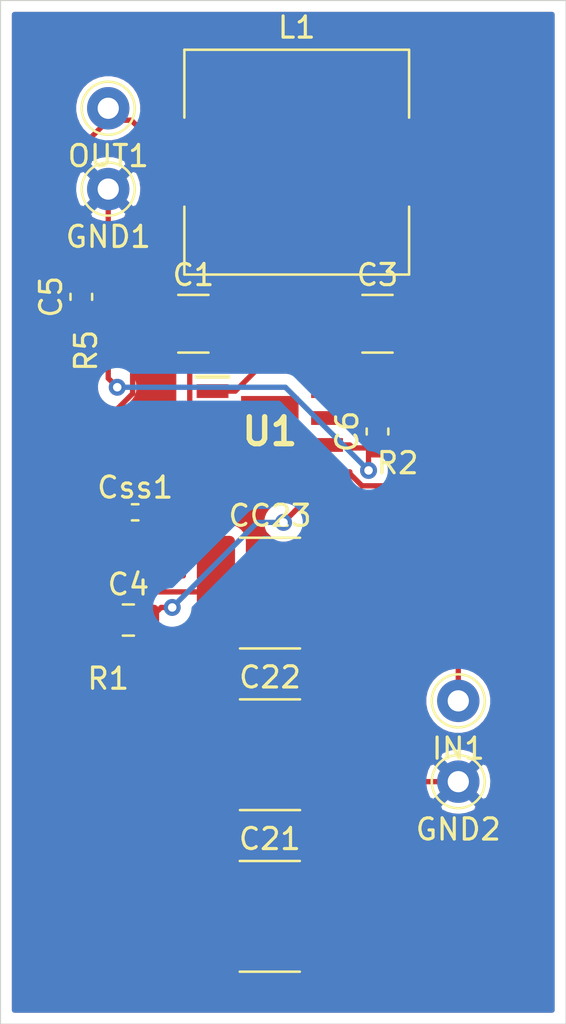
<source format=kicad_pcb>
(kicad_pcb (version 20171130) (host pcbnew "(5.1.10)-1")

  (general
    (thickness 1.6)
    (drawings 4)
    (tracks 101)
    (zones 0)
    (modules 18)
    (nets 11)
  )

  (page A4)
  (layers
    (0 F.Cu signal)
    (31 B.Cu signal)
    (32 B.Adhes user)
    (33 F.Adhes user)
    (34 B.Paste user)
    (35 F.Paste user)
    (36 B.SilkS user)
    (37 F.SilkS user)
    (38 B.Mask user)
    (39 F.Mask user)
    (40 Dwgs.User user)
    (41 Cmts.User user)
    (42 Eco1.User user)
    (43 Eco2.User user)
    (44 Edge.Cuts user)
    (45 Margin user)
    (46 B.CrtYd user)
    (47 F.CrtYd user)
    (48 B.Fab user)
    (49 F.Fab user)
  )

  (setup
    (last_trace_width 0.25)
    (trace_clearance 0.2)
    (zone_clearance 0.508)
    (zone_45_only no)
    (trace_min 0.2)
    (via_size 0.8)
    (via_drill 0.4)
    (via_min_size 0.4)
    (via_min_drill 0.3)
    (uvia_size 0.3)
    (uvia_drill 0.1)
    (uvias_allowed no)
    (uvia_min_size 0.2)
    (uvia_min_drill 0.1)
    (edge_width 0.05)
    (segment_width 0.2)
    (pcb_text_width 0.3)
    (pcb_text_size 1.5 1.5)
    (mod_edge_width 0.12)
    (mod_text_size 1 1)
    (mod_text_width 0.15)
    (pad_size 1.524 1.524)
    (pad_drill 0.762)
    (pad_to_mask_clearance 0)
    (aux_axis_origin 0 0)
    (visible_elements 7FFFFFFF)
    (pcbplotparams
      (layerselection 0x010fc_ffffffff)
      (usegerberextensions false)
      (usegerberattributes true)
      (usegerberadvancedattributes true)
      (creategerberjobfile true)
      (excludeedgelayer true)
      (linewidth 0.100000)
      (plotframeref false)
      (viasonmask false)
      (mode 1)
      (useauxorigin false)
      (hpglpennumber 1)
      (hpglpenspeed 20)
      (hpglpendiameter 15.000000)
      (psnegative false)
      (psa4output false)
      (plotreference true)
      (plotvalue true)
      (plotinvisibletext false)
      (padsonsilk false)
      (subtractmaskfromsilk false)
      (outputformat 1)
      (mirror false)
      (drillshape 1)
      (scaleselection 1)
      (outputdirectory ""))
  )

  (net 0 "")
  (net 1 "Net-(C1-Pad1)")
  (net 2 GND)
  (net 3 "Net-(C3-Pad2)")
  (net 4 "Net-(C3-Pad1)")
  (net 5 "Net-(C21-Pad1)")
  (net 6 "Net-(C4-Pad2)")
  (net 7 "Net-(C5-Pad1)")
  (net 8 "Net-(C6-Pad1)")
  (net 9 "Net-(Css1-Pad1)")
  (net 10 "Net-(U1-Pad9)")

  (net_class Default "This is the default net class."
    (clearance 0.2)
    (trace_width 0.25)
    (via_dia 0.8)
    (via_drill 0.4)
    (uvia_dia 0.3)
    (uvia_drill 0.1)
    (add_net GND)
    (add_net "Net-(C1-Pad1)")
    (add_net "Net-(C21-Pad1)")
    (add_net "Net-(C3-Pad1)")
    (add_net "Net-(C3-Pad2)")
    (add_net "Net-(C4-Pad2)")
    (add_net "Net-(C5-Pad1)")
    (add_net "Net-(C6-Pad1)")
    (add_net "Net-(Css1-Pad1)")
    (add_net "Net-(U1-Pad9)")
  )

  (module Resistor_SMD:R_0201_0603Metric (layer F.Cu) (tedit 5F68FEEE) (tstamp 60C6496D)
    (at 170.18 62.23 90)
    (descr "Resistor SMD 0201 (0603 Metric), square (rectangular) end terminal, IPC_7351 nominal, (Body size source: https://www.vishay.com/docs/20052/crcw0201e3.pdf), generated with kicad-footprint-generator")
    (tags resistor)
    (path /60C4D41E)
    (attr smd)
    (fp_text reference R5 (at 0 -1.05 90) (layer F.SilkS)
      (effects (font (size 1 1) (thickness 0.15)))
    )
    (fp_text value 15.8K (at 0 1.05 90) (layer F.Fab)
      (effects (font (size 1 1) (thickness 0.15)))
    )
    (fp_text user %R (at 0 -0.68 90) (layer F.Fab)
      (effects (font (size 0.25 0.25) (thickness 0.04)))
    )
    (fp_line (start -0.3 0.15) (end -0.3 -0.15) (layer F.Fab) (width 0.1))
    (fp_line (start -0.3 -0.15) (end 0.3 -0.15) (layer F.Fab) (width 0.1))
    (fp_line (start 0.3 -0.15) (end 0.3 0.15) (layer F.Fab) (width 0.1))
    (fp_line (start 0.3 0.15) (end -0.3 0.15) (layer F.Fab) (width 0.1))
    (fp_line (start -0.7 0.35) (end -0.7 -0.35) (layer F.CrtYd) (width 0.05))
    (fp_line (start -0.7 -0.35) (end 0.7 -0.35) (layer F.CrtYd) (width 0.05))
    (fp_line (start 0.7 -0.35) (end 0.7 0.35) (layer F.CrtYd) (width 0.05))
    (fp_line (start 0.7 0.35) (end -0.7 0.35) (layer F.CrtYd) (width 0.05))
    (pad 2 smd roundrect (at 0.32 0 90) (size 0.46 0.4) (layers F.Cu F.Mask) (roundrect_rratio 0.25)
      (net 7 "Net-(C5-Pad1)"))
    (pad 1 smd roundrect (at -0.32 0 90) (size 0.46 0.4) (layers F.Cu F.Mask) (roundrect_rratio 0.25)
      (net 8 "Net-(C6-Pad1)"))
    (pad "" smd roundrect (at 0.345 0 90) (size 0.318 0.36) (layers F.Paste) (roundrect_rratio 0.25))
    (pad "" smd roundrect (at -0.345 0 90) (size 0.318 0.36) (layers F.Paste) (roundrect_rratio 0.25))
    (model ${KISYS3DMOD}/Resistor_SMD.3dshapes/R_0201_0603Metric.wrl
      (at (xyz 0 0 0))
      (scale (xyz 1 1 1))
      (rotate (xyz 0 0 0))
    )
  )

  (module Capacitor_SMD:C_1210_3225Metric (layer F.Cu) (tedit 5F68FEEE) (tstamp 60C64871)
    (at 174.195 60.96)
    (descr "Capacitor SMD 1210 (3225 Metric), square (rectangular) end terminal, IPC_7351 nominal, (Body size source: IPC-SM-782 page 76, https://www.pcb-3d.com/wordpress/wp-content/uploads/ipc-sm-782a_amendment_1_and_2.pdf), generated with kicad-footprint-generator")
    (tags capacitor)
    (path /60C42DEB)
    (attr smd)
    (fp_text reference C1 (at 0 -2.3) (layer F.SilkS)
      (effects (font (size 1 1) (thickness 0.15)))
    )
    (fp_text value 10uF (at 0 2.3) (layer F.Fab)
      (effects (font (size 1 1) (thickness 0.15)))
    )
    (fp_line (start -1.6 1.25) (end -1.6 -1.25) (layer F.Fab) (width 0.1))
    (fp_line (start -1.6 -1.25) (end 1.6 -1.25) (layer F.Fab) (width 0.1))
    (fp_line (start 1.6 -1.25) (end 1.6 1.25) (layer F.Fab) (width 0.1))
    (fp_line (start 1.6 1.25) (end -1.6 1.25) (layer F.Fab) (width 0.1))
    (fp_line (start -0.711252 -1.36) (end 0.711252 -1.36) (layer F.SilkS) (width 0.12))
    (fp_line (start -0.711252 1.36) (end 0.711252 1.36) (layer F.SilkS) (width 0.12))
    (fp_line (start -2.3 1.6) (end -2.3 -1.6) (layer F.CrtYd) (width 0.05))
    (fp_line (start -2.3 -1.6) (end 2.3 -1.6) (layer F.CrtYd) (width 0.05))
    (fp_line (start 2.3 -1.6) (end 2.3 1.6) (layer F.CrtYd) (width 0.05))
    (fp_line (start 2.3 1.6) (end -2.3 1.6) (layer F.CrtYd) (width 0.05))
    (fp_text user %R (at 0 0) (layer F.Fab)
      (effects (font (size 0.8 0.8) (thickness 0.12)))
    )
    (pad 1 smd roundrect (at -1.475 0) (size 1.15 2.7) (layers F.Cu F.Paste F.Mask) (roundrect_rratio 0.217391)
      (net 1 "Net-(C1-Pad1)"))
    (pad 2 smd roundrect (at 1.475 0) (size 1.15 2.7) (layers F.Cu F.Paste F.Mask) (roundrect_rratio 0.217391)
      (net 2 GND))
    (model ${KISYS3DMOD}/Capacitor_SMD.3dshapes/C_1210_3225Metric.wrl
      (at (xyz 0 0 0))
      (scale (xyz 1 1 1))
      (rotate (xyz 0 0 0))
    )
  )

  (module Capacitor_SMD:C_1210_3225Metric (layer F.Cu) (tedit 5F68FEEE) (tstamp 60C64882)
    (at 182.88 60.96)
    (descr "Capacitor SMD 1210 (3225 Metric), square (rectangular) end terminal, IPC_7351 nominal, (Body size source: IPC-SM-782 page 76, https://www.pcb-3d.com/wordpress/wp-content/uploads/ipc-sm-782a_amendment_1_and_2.pdf), generated with kicad-footprint-generator")
    (tags capacitor)
    (path /60C4529B)
    (attr smd)
    (fp_text reference C3 (at 0 -2.3) (layer F.SilkS)
      (effects (font (size 1 1) (thickness 0.15)))
    )
    (fp_text value 100nF (at 0 2.3) (layer F.Fab)
      (effects (font (size 1 1) (thickness 0.15)))
    )
    (fp_line (start 2.3 1.6) (end -2.3 1.6) (layer F.CrtYd) (width 0.05))
    (fp_line (start 2.3 -1.6) (end 2.3 1.6) (layer F.CrtYd) (width 0.05))
    (fp_line (start -2.3 -1.6) (end 2.3 -1.6) (layer F.CrtYd) (width 0.05))
    (fp_line (start -2.3 1.6) (end -2.3 -1.6) (layer F.CrtYd) (width 0.05))
    (fp_line (start -0.711252 1.36) (end 0.711252 1.36) (layer F.SilkS) (width 0.12))
    (fp_line (start -0.711252 -1.36) (end 0.711252 -1.36) (layer F.SilkS) (width 0.12))
    (fp_line (start 1.6 1.25) (end -1.6 1.25) (layer F.Fab) (width 0.1))
    (fp_line (start 1.6 -1.25) (end 1.6 1.25) (layer F.Fab) (width 0.1))
    (fp_line (start -1.6 -1.25) (end 1.6 -1.25) (layer F.Fab) (width 0.1))
    (fp_line (start -1.6 1.25) (end -1.6 -1.25) (layer F.Fab) (width 0.1))
    (fp_text user %R (at 0 0) (layer F.Fab)
      (effects (font (size 0.8 0.8) (thickness 0.12)))
    )
    (pad 2 smd roundrect (at 1.475 0) (size 1.15 2.7) (layers F.Cu F.Paste F.Mask) (roundrect_rratio 0.217391)
      (net 3 "Net-(C3-Pad2)"))
    (pad 1 smd roundrect (at -1.475 0) (size 1.15 2.7) (layers F.Cu F.Paste F.Mask) (roundrect_rratio 0.217391)
      (net 4 "Net-(C3-Pad1)"))
    (model ${KISYS3DMOD}/Capacitor_SMD.3dshapes/C_1210_3225Metric.wrl
      (at (xyz 0 0 0))
      (scale (xyz 1 1 1))
      (rotate (xyz 0 0 0))
    )
  )

  (module Capacitor_SMD:C_0805_2012Metric (layer F.Cu) (tedit 5F68FEEE) (tstamp 60C652BA)
    (at 171.13 74.93)
    (descr "Capacitor SMD 0805 (2012 Metric), square (rectangular) end terminal, IPC_7351 nominal, (Body size source: IPC-SM-782 page 76, https://www.pcb-3d.com/wordpress/wp-content/uploads/ipc-sm-782a_amendment_1_and_2.pdf, https://docs.google.com/spreadsheets/d/1BsfQQcO9C6DZCsRaXUlFlo91Tg2WpOkGARC1WS5S8t0/edit?usp=sharing), generated with kicad-footprint-generator")
    (tags capacitor)
    (path /60C48874)
    (attr smd)
    (fp_text reference C4 (at 0 -1.68) (layer F.SilkS)
      (effects (font (size 1 1) (thickness 0.15)))
    )
    (fp_text value 47pF (at 0 1.68) (layer F.Fab)
      (effects (font (size 1 1) (thickness 0.15)))
    )
    (fp_line (start -1 0.625) (end -1 -0.625) (layer F.Fab) (width 0.1))
    (fp_line (start -1 -0.625) (end 1 -0.625) (layer F.Fab) (width 0.1))
    (fp_line (start 1 -0.625) (end 1 0.625) (layer F.Fab) (width 0.1))
    (fp_line (start 1 0.625) (end -1 0.625) (layer F.Fab) (width 0.1))
    (fp_line (start -0.261252 -0.735) (end 0.261252 -0.735) (layer F.SilkS) (width 0.12))
    (fp_line (start -0.261252 0.735) (end 0.261252 0.735) (layer F.SilkS) (width 0.12))
    (fp_line (start -1.7 0.98) (end -1.7 -0.98) (layer F.CrtYd) (width 0.05))
    (fp_line (start -1.7 -0.98) (end 1.7 -0.98) (layer F.CrtYd) (width 0.05))
    (fp_line (start 1.7 -0.98) (end 1.7 0.98) (layer F.CrtYd) (width 0.05))
    (fp_line (start 1.7 0.98) (end -1.7 0.98) (layer F.CrtYd) (width 0.05))
    (fp_text user %R (at 0 0) (layer F.Fab)
      (effects (font (size 0.5 0.5) (thickness 0.08)))
    )
    (pad 1 smd roundrect (at -0.95 0) (size 1 1.45) (layers F.Cu F.Paste F.Mask) (roundrect_rratio 0.25)
      (net 5 "Net-(C21-Pad1)"))
    (pad 2 smd roundrect (at 0.95 0) (size 1 1.45) (layers F.Cu F.Paste F.Mask) (roundrect_rratio 0.25)
      (net 6 "Net-(C4-Pad2)"))
    (model ${KISYS3DMOD}/Capacitor_SMD.3dshapes/C_0805_2012Metric.wrl
      (at (xyz 0 0 0))
      (scale (xyz 1 1 1))
      (rotate (xyz 0 0 0))
    )
  )

  (module Capacitor_SMD:C_0603_1608Metric (layer F.Cu) (tedit 5F68FEEE) (tstamp 60C6502F)
    (at 168.91 59.69 90)
    (descr "Capacitor SMD 0603 (1608 Metric), square (rectangular) end terminal, IPC_7351 nominal, (Body size source: IPC-SM-782 page 76, https://www.pcb-3d.com/wordpress/wp-content/uploads/ipc-sm-782a_amendment_1_and_2.pdf), generated with kicad-footprint-generator")
    (tags capacitor)
    (path /60C4EA6E)
    (attr smd)
    (fp_text reference C5 (at 0 -1.43 90) (layer F.SilkS)
      (effects (font (size 1 1) (thickness 0.15)))
    )
    (fp_text value 3.3nF (at 0 1.43 90) (layer F.Fab)
      (effects (font (size 1 1) (thickness 0.15)))
    )
    (fp_line (start 1.48 0.73) (end -1.48 0.73) (layer F.CrtYd) (width 0.05))
    (fp_line (start 1.48 -0.73) (end 1.48 0.73) (layer F.CrtYd) (width 0.05))
    (fp_line (start -1.48 -0.73) (end 1.48 -0.73) (layer F.CrtYd) (width 0.05))
    (fp_line (start -1.48 0.73) (end -1.48 -0.73) (layer F.CrtYd) (width 0.05))
    (fp_line (start -0.14058 0.51) (end 0.14058 0.51) (layer F.SilkS) (width 0.12))
    (fp_line (start -0.14058 -0.51) (end 0.14058 -0.51) (layer F.SilkS) (width 0.12))
    (fp_line (start 0.8 0.4) (end -0.8 0.4) (layer F.Fab) (width 0.1))
    (fp_line (start 0.8 -0.4) (end 0.8 0.4) (layer F.Fab) (width 0.1))
    (fp_line (start -0.8 -0.4) (end 0.8 -0.4) (layer F.Fab) (width 0.1))
    (fp_line (start -0.8 0.4) (end -0.8 -0.4) (layer F.Fab) (width 0.1))
    (fp_text user %R (at 0 0 90) (layer F.Fab)
      (effects (font (size 0.4 0.4) (thickness 0.06)))
    )
    (pad 2 smd roundrect (at 0.775 0 90) (size 0.9 0.95) (layers F.Cu F.Paste F.Mask) (roundrect_rratio 0.25)
      (net 2 GND))
    (pad 1 smd roundrect (at -0.775 0 90) (size 0.9 0.95) (layers F.Cu F.Paste F.Mask) (roundrect_rratio 0.25)
      (net 7 "Net-(C5-Pad1)"))
    (model ${KISYS3DMOD}/Capacitor_SMD.3dshapes/C_0603_1608Metric.wrl
      (at (xyz 0 0 0))
      (scale (xyz 1 1 1))
      (rotate (xyz 0 0 0))
    )
  )

  (module Capacitor_SMD:C_0603_1608Metric (layer F.Cu) (tedit 5F68FEEE) (tstamp 60C648B5)
    (at 182.88 66.04 90)
    (descr "Capacitor SMD 0603 (1608 Metric), square (rectangular) end terminal, IPC_7351 nominal, (Body size source: IPC-SM-782 page 76, https://www.pcb-3d.com/wordpress/wp-content/uploads/ipc-sm-782a_amendment_1_and_2.pdf), generated with kicad-footprint-generator")
    (tags capacitor)
    (path /60C50132)
    (attr smd)
    (fp_text reference C6 (at 0 -1.43 90) (layer F.SilkS)
      (effects (font (size 1 1) (thickness 0.15)))
    )
    (fp_text value 33pF (at 0 1.43 90) (layer F.Fab)
      (effects (font (size 1 1) (thickness 0.15)))
    )
    (fp_line (start 1.48 0.73) (end -1.48 0.73) (layer F.CrtYd) (width 0.05))
    (fp_line (start 1.48 -0.73) (end 1.48 0.73) (layer F.CrtYd) (width 0.05))
    (fp_line (start -1.48 -0.73) (end 1.48 -0.73) (layer F.CrtYd) (width 0.05))
    (fp_line (start -1.48 0.73) (end -1.48 -0.73) (layer F.CrtYd) (width 0.05))
    (fp_line (start -0.14058 0.51) (end 0.14058 0.51) (layer F.SilkS) (width 0.12))
    (fp_line (start -0.14058 -0.51) (end 0.14058 -0.51) (layer F.SilkS) (width 0.12))
    (fp_line (start 0.8 0.4) (end -0.8 0.4) (layer F.Fab) (width 0.1))
    (fp_line (start 0.8 -0.4) (end 0.8 0.4) (layer F.Fab) (width 0.1))
    (fp_line (start -0.8 -0.4) (end 0.8 -0.4) (layer F.Fab) (width 0.1))
    (fp_line (start -0.8 0.4) (end -0.8 -0.4) (layer F.Fab) (width 0.1))
    (fp_text user %R (at 0 0 90) (layer F.Fab)
      (effects (font (size 0.4 0.4) (thickness 0.06)))
    )
    (pad 2 smd roundrect (at 0.775 0 90) (size 0.9 0.95) (layers F.Cu F.Paste F.Mask) (roundrect_rratio 0.25)
      (net 2 GND))
    (pad 1 smd roundrect (at -0.775 0 90) (size 0.9 0.95) (layers F.Cu F.Paste F.Mask) (roundrect_rratio 0.25)
      (net 8 "Net-(C6-Pad1)"))
    (model ${KISYS3DMOD}/Capacitor_SMD.3dshapes/C_0603_1608Metric.wrl
      (at (xyz 0 0 0))
      (scale (xyz 1 1 1))
      (rotate (xyz 0 0 0))
    )
  )

  (module Capacitor_SMD:C_2220_5650Metric (layer F.Cu) (tedit 5F68FEEE) (tstamp 60C648C6)
    (at 177.8 88.9)
    (descr "Capacitor SMD 2220 (5650 Metric), square (rectangular) end terminal, IPC_7351 nominal, (Body size from: http://datasheets.avx.com/AVX-HV_MLCC.pdf), generated with kicad-footprint-generator")
    (tags capacitor)
    (path /60C4BD59)
    (attr smd)
    (fp_text reference C21 (at 0 -3.65) (layer F.SilkS)
      (effects (font (size 1 1) (thickness 0.15)))
    )
    (fp_text value 22uF (at 0 3.65) (layer F.Fab)
      (effects (font (size 1 1) (thickness 0.15)))
    )
    (fp_line (start -2.85 2.5) (end -2.85 -2.5) (layer F.Fab) (width 0.1))
    (fp_line (start -2.85 -2.5) (end 2.85 -2.5) (layer F.Fab) (width 0.1))
    (fp_line (start 2.85 -2.5) (end 2.85 2.5) (layer F.Fab) (width 0.1))
    (fp_line (start 2.85 2.5) (end -2.85 2.5) (layer F.Fab) (width 0.1))
    (fp_line (start -1.415748 -2.61) (end 1.415748 -2.61) (layer F.SilkS) (width 0.12))
    (fp_line (start -1.415748 2.61) (end 1.415748 2.61) (layer F.SilkS) (width 0.12))
    (fp_line (start -3.7 2.95) (end -3.7 -2.95) (layer F.CrtYd) (width 0.05))
    (fp_line (start -3.7 -2.95) (end 3.7 -2.95) (layer F.CrtYd) (width 0.05))
    (fp_line (start 3.7 -2.95) (end 3.7 2.95) (layer F.CrtYd) (width 0.05))
    (fp_line (start 3.7 2.95) (end -3.7 2.95) (layer F.CrtYd) (width 0.05))
    (fp_text user %R (at 0 0) (layer F.Fab)
      (effects (font (size 1 1) (thickness 0.15)))
    )
    (pad 1 smd roundrect (at -2.55 0) (size 1.8 5.4) (layers F.Cu F.Paste F.Mask) (roundrect_rratio 0.138889)
      (net 5 "Net-(C21-Pad1)"))
    (pad 2 smd roundrect (at 2.55 0) (size 1.8 5.4) (layers F.Cu F.Paste F.Mask) (roundrect_rratio 0.138889)
      (net 2 GND))
    (model ${KISYS3DMOD}/Capacitor_SMD.3dshapes/C_2220_5650Metric.wrl
      (at (xyz 0 0 0))
      (scale (xyz 1 1 1))
      (rotate (xyz 0 0 0))
    )
  )

  (module Capacitor_SMD:C_2220_5650Metric (layer F.Cu) (tedit 5F68FEEE) (tstamp 60C648D7)
    (at 177.81 81.28)
    (descr "Capacitor SMD 2220 (5650 Metric), square (rectangular) end terminal, IPC_7351 nominal, (Body size from: http://datasheets.avx.com/AVX-HV_MLCC.pdf), generated with kicad-footprint-generator")
    (tags capacitor)
    (path /60C51B56)
    (attr smd)
    (fp_text reference C22 (at 0 -3.65) (layer F.SilkS)
      (effects (font (size 1 1) (thickness 0.15)))
    )
    (fp_text value 22uF (at 0 3.65) (layer F.Fab)
      (effects (font (size 1 1) (thickness 0.15)))
    )
    (fp_line (start 3.7 2.95) (end -3.7 2.95) (layer F.CrtYd) (width 0.05))
    (fp_line (start 3.7 -2.95) (end 3.7 2.95) (layer F.CrtYd) (width 0.05))
    (fp_line (start -3.7 -2.95) (end 3.7 -2.95) (layer F.CrtYd) (width 0.05))
    (fp_line (start -3.7 2.95) (end -3.7 -2.95) (layer F.CrtYd) (width 0.05))
    (fp_line (start -1.415748 2.61) (end 1.415748 2.61) (layer F.SilkS) (width 0.12))
    (fp_line (start -1.415748 -2.61) (end 1.415748 -2.61) (layer F.SilkS) (width 0.12))
    (fp_line (start 2.85 2.5) (end -2.85 2.5) (layer F.Fab) (width 0.1))
    (fp_line (start 2.85 -2.5) (end 2.85 2.5) (layer F.Fab) (width 0.1))
    (fp_line (start -2.85 -2.5) (end 2.85 -2.5) (layer F.Fab) (width 0.1))
    (fp_line (start -2.85 2.5) (end -2.85 -2.5) (layer F.Fab) (width 0.1))
    (fp_text user %R (at 0 0) (layer F.Fab)
      (effects (font (size 1 1) (thickness 0.15)))
    )
    (pad 2 smd roundrect (at 2.55 0) (size 1.8 5.4) (layers F.Cu F.Paste F.Mask) (roundrect_rratio 0.138889)
      (net 2 GND))
    (pad 1 smd roundrect (at -2.55 0) (size 1.8 5.4) (layers F.Cu F.Paste F.Mask) (roundrect_rratio 0.138889)
      (net 5 "Net-(C21-Pad1)"))
    (model ${KISYS3DMOD}/Capacitor_SMD.3dshapes/C_2220_5650Metric.wrl
      (at (xyz 0 0 0))
      (scale (xyz 1 1 1))
      (rotate (xyz 0 0 0))
    )
  )

  (module Capacitor_SMD:C_2220_5650Metric (layer F.Cu) (tedit 5F68FEEE) (tstamp 60C648E8)
    (at 177.81 73.66)
    (descr "Capacitor SMD 2220 (5650 Metric), square (rectangular) end terminal, IPC_7351 nominal, (Body size from: http://datasheets.avx.com/AVX-HV_MLCC.pdf), generated with kicad-footprint-generator")
    (tags capacitor)
    (path /60C51F69)
    (attr smd)
    (fp_text reference CC23 (at 0 -3.65) (layer F.SilkS)
      (effects (font (size 1 1) (thickness 0.15)))
    )
    (fp_text value 22uF (at 0 3.65) (layer F.Fab)
      (effects (font (size 1 1) (thickness 0.15)))
    )
    (fp_line (start -2.85 2.5) (end -2.85 -2.5) (layer F.Fab) (width 0.1))
    (fp_line (start -2.85 -2.5) (end 2.85 -2.5) (layer F.Fab) (width 0.1))
    (fp_line (start 2.85 -2.5) (end 2.85 2.5) (layer F.Fab) (width 0.1))
    (fp_line (start 2.85 2.5) (end -2.85 2.5) (layer F.Fab) (width 0.1))
    (fp_line (start -1.415748 -2.61) (end 1.415748 -2.61) (layer F.SilkS) (width 0.12))
    (fp_line (start -1.415748 2.61) (end 1.415748 2.61) (layer F.SilkS) (width 0.12))
    (fp_line (start -3.7 2.95) (end -3.7 -2.95) (layer F.CrtYd) (width 0.05))
    (fp_line (start -3.7 -2.95) (end 3.7 -2.95) (layer F.CrtYd) (width 0.05))
    (fp_line (start 3.7 -2.95) (end 3.7 2.95) (layer F.CrtYd) (width 0.05))
    (fp_line (start 3.7 2.95) (end -3.7 2.95) (layer F.CrtYd) (width 0.05))
    (fp_text user %R (at 0 0) (layer F.Fab)
      (effects (font (size 1 1) (thickness 0.15)))
    )
    (pad 1 smd roundrect (at -2.55 0) (size 1.8 5.4) (layers F.Cu F.Paste F.Mask) (roundrect_rratio 0.138889)
      (net 5 "Net-(C21-Pad1)"))
    (pad 2 smd roundrect (at 2.55 0) (size 1.8 5.4) (layers F.Cu F.Paste F.Mask) (roundrect_rratio 0.138889)
      (net 2 GND))
    (model ${KISYS3DMOD}/Capacitor_SMD.3dshapes/C_2220_5650Metric.wrl
      (at (xyz 0 0 0))
      (scale (xyz 1 1 1))
      (rotate (xyz 0 0 0))
    )
  )

  (module Resistor_SMD:R_0402_1005Metric (layer F.Cu) (tedit 5F68FEEE) (tstamp 60C648F9)
    (at 171.45 69.85)
    (descr "Resistor SMD 0402 (1005 Metric), square (rectangular) end terminal, IPC_7351 nominal, (Body size source: IPC-SM-782 page 72, https://www.pcb-3d.com/wordpress/wp-content/uploads/ipc-sm-782a_amendment_1_and_2.pdf), generated with kicad-footprint-generator")
    (tags resistor)
    (path /60C43F39)
    (attr smd)
    (fp_text reference Css1 (at 0 -1.17) (layer F.SilkS)
      (effects (font (size 1 1) (thickness 0.15)))
    )
    (fp_text value 10nF (at 0 1.17) (layer F.Fab)
      (effects (font (size 1 1) (thickness 0.15)))
    )
    (fp_line (start -0.525 0.27) (end -0.525 -0.27) (layer F.Fab) (width 0.1))
    (fp_line (start -0.525 -0.27) (end 0.525 -0.27) (layer F.Fab) (width 0.1))
    (fp_line (start 0.525 -0.27) (end 0.525 0.27) (layer F.Fab) (width 0.1))
    (fp_line (start 0.525 0.27) (end -0.525 0.27) (layer F.Fab) (width 0.1))
    (fp_line (start -0.153641 -0.38) (end 0.153641 -0.38) (layer F.SilkS) (width 0.12))
    (fp_line (start -0.153641 0.38) (end 0.153641 0.38) (layer F.SilkS) (width 0.12))
    (fp_line (start -0.93 0.47) (end -0.93 -0.47) (layer F.CrtYd) (width 0.05))
    (fp_line (start -0.93 -0.47) (end 0.93 -0.47) (layer F.CrtYd) (width 0.05))
    (fp_line (start 0.93 -0.47) (end 0.93 0.47) (layer F.CrtYd) (width 0.05))
    (fp_line (start 0.93 0.47) (end -0.93 0.47) (layer F.CrtYd) (width 0.05))
    (fp_text user %R (at 0 0) (layer F.Fab)
      (effects (font (size 0.26 0.26) (thickness 0.04)))
    )
    (pad 1 smd roundrect (at -0.51 0) (size 0.54 0.64) (layers F.Cu F.Paste F.Mask) (roundrect_rratio 0.25)
      (net 9 "Net-(Css1-Pad1)"))
    (pad 2 smd roundrect (at 0.51 0) (size 0.54 0.64) (layers F.Cu F.Paste F.Mask) (roundrect_rratio 0.25)
      (net 2 GND))
    (model ${KISYS3DMOD}/Resistor_SMD.3dshapes/R_0402_1005Metric.wrl
      (at (xyz 0 0 0))
      (scale (xyz 1 1 1))
      (rotate (xyz 0 0 0))
    )
  )

  (module Connector_Pin:Pin_D1.0mm_L10.0mm (layer F.Cu) (tedit 5A1DC084) (tstamp 60C64903)
    (at 186.69 78.74)
    (descr "solder Pin_ diameter 1.0mm, hole diameter 1.0mm (press fit), length 10.0mm")
    (tags "solder Pin_ press fit")
    (path /60C8A6E2)
    (fp_text reference IN1 (at 0 2.25) (layer F.SilkS)
      (effects (font (size 1 1) (thickness 0.15)))
    )
    (fp_text value Conn_01x01 (at 0 -2.05) (layer F.Fab)
      (effects (font (size 1 1) (thickness 0.15)))
    )
    (fp_circle (center 0 0) (end 1.25 0.05) (layer F.SilkS) (width 0.12))
    (fp_circle (center 0 0) (end 1 0) (layer F.Fab) (width 0.12))
    (fp_circle (center 0 0) (end 0.5 0) (layer F.Fab) (width 0.12))
    (fp_circle (center 0 0) (end 1.5 0) (layer F.CrtYd) (width 0.05))
    (fp_text user %R (at 0 2.25) (layer F.Fab)
      (effects (font (size 1 1) (thickness 0.15)))
    )
    (pad 1 thru_hole circle (at 0 0) (size 2 2) (drill 1) (layers *.Cu *.Mask)
      (net 1 "Net-(C1-Pad1)"))
    (model ${KISYS3DMOD}/Connector_Pin.3dshapes/Pin_D1.0mm_L10.0mm.wrl
      (at (xyz 0 0 0))
      (scale (xyz 1 1 1))
      (rotate (xyz 0 0 0))
    )
  )

  (module Connector_Pin:Pin_D1.0mm_L10.0mm (layer F.Cu) (tedit 5A1DC084) (tstamp 60C6490D)
    (at 170.18 54.61)
    (descr "solder Pin_ diameter 1.0mm, hole diameter 1.0mm (press fit), length 10.0mm")
    (tags "solder Pin_ press fit")
    (path /60C89F17)
    (fp_text reference GND1 (at 0 2.25) (layer F.SilkS)
      (effects (font (size 1 1) (thickness 0.15)))
    )
    (fp_text value Conn_01x01 (at 0 -2.05) (layer F.Fab)
      (effects (font (size 1 1) (thickness 0.15)))
    )
    (fp_circle (center 0 0) (end 1.5 0) (layer F.CrtYd) (width 0.05))
    (fp_circle (center 0 0) (end 0.5 0) (layer F.Fab) (width 0.12))
    (fp_circle (center 0 0) (end 1 0) (layer F.Fab) (width 0.12))
    (fp_circle (center 0 0) (end 1.25 0.05) (layer F.SilkS) (width 0.12))
    (fp_text user %R (at 0 2.25) (layer F.Fab)
      (effects (font (size 1 1) (thickness 0.15)))
    )
    (pad 1 thru_hole circle (at 0 0) (size 2 2) (drill 1) (layers *.Cu *.Mask)
      (net 2 GND))
    (model ${KISYS3DMOD}/Connector_Pin.3dshapes/Pin_D1.0mm_L10.0mm.wrl
      (at (xyz 0 0 0))
      (scale (xyz 1 1 1))
      (rotate (xyz 0 0 0))
    )
  )

  (module Connector_Pin:Pin_D1.0mm_L10.0mm (layer F.Cu) (tedit 5A1DC084) (tstamp 60C64917)
    (at 186.69 82.55)
    (descr "solder Pin_ diameter 1.0mm, hole diameter 1.0mm (press fit), length 10.0mm")
    (tags "solder Pin_ press fit")
    (path /60C96366)
    (fp_text reference GND2 (at 0 2.25) (layer F.SilkS)
      (effects (font (size 1 1) (thickness 0.15)))
    )
    (fp_text value Conn_01x01 (at 0 -2.05) (layer F.Fab)
      (effects (font (size 1 1) (thickness 0.15)))
    )
    (fp_circle (center 0 0) (end 1.25 0.05) (layer F.SilkS) (width 0.12))
    (fp_circle (center 0 0) (end 1 0) (layer F.Fab) (width 0.12))
    (fp_circle (center 0 0) (end 0.5 0) (layer F.Fab) (width 0.12))
    (fp_circle (center 0 0) (end 1.5 0) (layer F.CrtYd) (width 0.05))
    (fp_text user %R (at 0 2.25) (layer F.Fab)
      (effects (font (size 1 1) (thickness 0.15)))
    )
    (pad 1 thru_hole circle (at 0 0) (size 2 2) (drill 1) (layers *.Cu *.Mask)
      (net 2 GND))
    (model ${KISYS3DMOD}/Connector_Pin.3dshapes/Pin_D1.0mm_L10.0mm.wrl
      (at (xyz 0 0 0))
      (scale (xyz 1 1 1))
      (rotate (xyz 0 0 0))
    )
  )

  (module Connector_Pin:Pin_D1.0mm_L10.0mm (layer F.Cu) (tedit 5A1DC084) (tstamp 60C64921)
    (at 170.18 50.8)
    (descr "solder Pin_ diameter 1.0mm, hole diameter 1.0mm (press fit), length 10.0mm")
    (tags "solder Pin_ press fit")
    (path /60C9636C)
    (fp_text reference OUT1 (at 0 2.25) (layer F.SilkS)
      (effects (font (size 1 1) (thickness 0.15)))
    )
    (fp_text value Conn_01x01 (at 0 -2.05) (layer F.Fab)
      (effects (font (size 1 1) (thickness 0.15)))
    )
    (fp_circle (center 0 0) (end 1.5 0) (layer F.CrtYd) (width 0.05))
    (fp_circle (center 0 0) (end 0.5 0) (layer F.Fab) (width 0.12))
    (fp_circle (center 0 0) (end 1 0) (layer F.Fab) (width 0.12))
    (fp_circle (center 0 0) (end 1.25 0.05) (layer F.SilkS) (width 0.12))
    (fp_text user %R (at 0 2.25) (layer F.Fab)
      (effects (font (size 1 1) (thickness 0.15)))
    )
    (pad 1 thru_hole circle (at 0 0) (size 2 2) (drill 1) (layers *.Cu *.Mask)
      (net 5 "Net-(C21-Pad1)"))
    (model ${KISYS3DMOD}/Connector_Pin.3dshapes/Pin_D1.0mm_L10.0mm.wrl
      (at (xyz 0 0 0))
      (scale (xyz 1 1 1))
      (rotate (xyz 0 0 0))
    )
  )

  (module Inductor_SMD:L_10.4x10.4_H4.8 (layer F.Cu) (tedit 5990349B) (tstamp 60C6493A)
    (at 179.07 53.34)
    (descr "Choke, SMD, 10.4x10.4mm 4.8mm height")
    (tags "Choke SMD")
    (path /60C47ACA)
    (attr smd)
    (fp_text reference L1 (at 0 -6.35) (layer F.SilkS)
      (effects (font (size 1 1) (thickness 0.15)))
    )
    (fp_text value 3.6u (at 0 6.35) (layer F.Fab)
      (effects (font (size 1 1) (thickness 0.15)))
    )
    (fp_line (start 5.3 2.1) (end 5.3 5.3) (layer F.SilkS) (width 0.12))
    (fp_line (start 5.3 5.3) (end -5.3 5.3) (layer F.SilkS) (width 0.12))
    (fp_line (start -5.3 5.3) (end -5.3 2.1) (layer F.SilkS) (width 0.12))
    (fp_line (start -5.3 -2.1) (end -5.3 -5.3) (layer F.SilkS) (width 0.12))
    (fp_line (start -5.3 -5.3) (end 5.3 -5.3) (layer F.SilkS) (width 0.12))
    (fp_line (start 5.3 -5.3) (end 5.3 -2.1) (layer F.SilkS) (width 0.12))
    (fp_line (start -5.75 -5.45) (end -5.75 5.45) (layer F.CrtYd) (width 0.05))
    (fp_line (start -5.75 5.45) (end 5.75 5.45) (layer F.CrtYd) (width 0.05))
    (fp_line (start 5.75 5.45) (end 5.75 -5.45) (layer F.CrtYd) (width 0.05))
    (fp_line (start 5.75 -5.45) (end -5.75 -5.45) (layer F.CrtYd) (width 0.05))
    (fp_line (start 5.2 -5.2) (end 5.2 -2.1) (layer F.Fab) (width 0.1))
    (fp_line (start -5.2 -5.2) (end -5.2 -2.1) (layer F.Fab) (width 0.1))
    (fp_line (start 5.2 5.2) (end 5.2 2.1) (layer F.Fab) (width 0.1))
    (fp_line (start -5.2 5.2) (end -5.2 2.1) (layer F.Fab) (width 0.1))
    (fp_line (start -5.2 -5.2) (end 5.2 -5.2) (layer F.Fab) (width 0.1))
    (fp_line (start -5.2 5.2) (end 5.2 5.2) (layer F.Fab) (width 0.1))
    (fp_text user %R (at 0 0) (layer F.Fab)
      (effects (font (size 1 1) (thickness 0.15)))
    )
    (fp_arc (start 0 0) (end 3.17 3.17) (angle 90) (layer F.Fab) (width 0.1))
    (fp_arc (start 0 0) (end -3.17 -3.17) (angle 90) (layer F.Fab) (width 0.1))
    (pad 1 smd rect (at -4.15 0) (size 2.7 3.6) (layers F.Cu F.Paste F.Mask)
      (net 5 "Net-(C21-Pad1)"))
    (pad 2 smd rect (at 4.15 0) (size 2.7 3.6) (layers F.Cu F.Paste F.Mask)
      (net 3 "Net-(C3-Pad2)"))
    (model ${KISYS3DMOD}/Inductor_SMD.3dshapes/L_10.4x10.4_H4.8.wrl
      (at (xyz 0 0 0))
      (scale (xyz 1 1 1))
      (rotate (xyz 0 0 0))
    )
  )

  (module Resistor_SMD:R_0201_0603Metric (layer F.Cu) (tedit 5F68FEEE) (tstamp 60C6494B)
    (at 170.18 78.74)
    (descr "Resistor SMD 0201 (0603 Metric), square (rectangular) end terminal, IPC_7351 nominal, (Body size source: https://www.vishay.com/docs/20052/crcw0201e3.pdf), generated with kicad-footprint-generator")
    (tags resistor)
    (path /60C49C86)
    (attr smd)
    (fp_text reference R1 (at 0 -1.05) (layer F.SilkS)
      (effects (font (size 1 1) (thickness 0.15)))
    )
    (fp_text value 115K (at 0 1.05) (layer F.Fab)
      (effects (font (size 1 1) (thickness 0.15)))
    )
    (fp_line (start -0.3 0.15) (end -0.3 -0.15) (layer F.Fab) (width 0.1))
    (fp_line (start -0.3 -0.15) (end 0.3 -0.15) (layer F.Fab) (width 0.1))
    (fp_line (start 0.3 -0.15) (end 0.3 0.15) (layer F.Fab) (width 0.1))
    (fp_line (start 0.3 0.15) (end -0.3 0.15) (layer F.Fab) (width 0.1))
    (fp_line (start -0.7 0.35) (end -0.7 -0.35) (layer F.CrtYd) (width 0.05))
    (fp_line (start -0.7 -0.35) (end 0.7 -0.35) (layer F.CrtYd) (width 0.05))
    (fp_line (start 0.7 -0.35) (end 0.7 0.35) (layer F.CrtYd) (width 0.05))
    (fp_line (start 0.7 0.35) (end -0.7 0.35) (layer F.CrtYd) (width 0.05))
    (fp_text user %R (at 0 -0.68) (layer F.Fab)
      (effects (font (size 0.25 0.25) (thickness 0.04)))
    )
    (pad "" smd roundrect (at -0.345 0) (size 0.318 0.36) (layers F.Paste) (roundrect_rratio 0.25))
    (pad "" smd roundrect (at 0.345 0) (size 0.318 0.36) (layers F.Paste) (roundrect_rratio 0.25))
    (pad 1 smd roundrect (at -0.32 0) (size 0.46 0.4) (layers F.Cu F.Mask) (roundrect_rratio 0.25)
      (net 5 "Net-(C21-Pad1)"))
    (pad 2 smd roundrect (at 0.32 0) (size 0.46 0.4) (layers F.Cu F.Mask) (roundrect_rratio 0.25)
      (net 6 "Net-(C4-Pad2)"))
    (model ${KISYS3DMOD}/Resistor_SMD.3dshapes/R_0201_0603Metric.wrl
      (at (xyz 0 0 0))
      (scale (xyz 1 1 1))
      (rotate (xyz 0 0 0))
    )
  )

  (module Resistor_SMD:R_0201_0603Metric (layer F.Cu) (tedit 5F68FEEE) (tstamp 60C6495C)
    (at 183.83 68.58)
    (descr "Resistor SMD 0201 (0603 Metric), square (rectangular) end terminal, IPC_7351 nominal, (Body size source: https://www.vishay.com/docs/20052/crcw0201e3.pdf), generated with kicad-footprint-generator")
    (tags resistor)
    (path /60C4AE75)
    (attr smd)
    (fp_text reference R2 (at 0 -1.05) (layer F.SilkS)
      (effects (font (size 1 1) (thickness 0.15)))
    )
    (fp_text value 22.1K (at 0 1.05) (layer F.Fab)
      (effects (font (size 1 1) (thickness 0.15)))
    )
    (fp_line (start 0.7 0.35) (end -0.7 0.35) (layer F.CrtYd) (width 0.05))
    (fp_line (start 0.7 -0.35) (end 0.7 0.35) (layer F.CrtYd) (width 0.05))
    (fp_line (start -0.7 -0.35) (end 0.7 -0.35) (layer F.CrtYd) (width 0.05))
    (fp_line (start -0.7 0.35) (end -0.7 -0.35) (layer F.CrtYd) (width 0.05))
    (fp_line (start 0.3 0.15) (end -0.3 0.15) (layer F.Fab) (width 0.1))
    (fp_line (start 0.3 -0.15) (end 0.3 0.15) (layer F.Fab) (width 0.1))
    (fp_line (start -0.3 -0.15) (end 0.3 -0.15) (layer F.Fab) (width 0.1))
    (fp_line (start -0.3 0.15) (end -0.3 -0.15) (layer F.Fab) (width 0.1))
    (fp_text user %R (at 0 -0.68) (layer F.Fab)
      (effects (font (size 0.25 0.25) (thickness 0.04)))
    )
    (pad 2 smd roundrect (at 0.32 0) (size 0.46 0.4) (layers F.Cu F.Mask) (roundrect_rratio 0.25)
      (net 2 GND))
    (pad 1 smd roundrect (at -0.32 0) (size 0.46 0.4) (layers F.Cu F.Mask) (roundrect_rratio 0.25)
      (net 6 "Net-(C4-Pad2)"))
    (pad "" smd roundrect (at 0.345 0) (size 0.318 0.36) (layers F.Paste) (roundrect_rratio 0.25))
    (pad "" smd roundrect (at -0.345 0) (size 0.318 0.36) (layers F.Paste) (roundrect_rratio 0.25))
    (model ${KISYS3DMOD}/Resistor_SMD.3dshapes/R_0201_0603Metric.wrl
      (at (xyz 0 0 0))
      (scale (xyz 1 1 1))
      (rotate (xyz 0 0 0))
    )
  )

  (module AP64501SP-13:SOIC127P600X163-9N (layer F.Cu) (tedit 60C48427) (tstamp 60C64984)
    (at 177.8 66.04)
    (descr SO-8EP)
    (tags "Integrated Circuit")
    (path /60C3A435)
    (attr smd)
    (fp_text reference U1 (at 0 0) (layer F.SilkS)
      (effects (font (size 1.27 1.27) (thickness 0.254)))
    )
    (fp_text value AP64501SP-13 (at 0 0) (layer F.SilkS) hide
      (effects (font (size 1.27 1.27) (thickness 0.254)))
    )
    (fp_line (start -3.45 -2.58) (end -1.95 -2.58) (layer F.SilkS) (width 0.2))
    (fp_line (start -1.95 -1.18) (end -0.68 -2.45) (layer Dwgs.User) (width 0.1))
    (fp_line (start -1.95 2.45) (end -1.95 -2.45) (layer Dwgs.User) (width 0.1))
    (fp_line (start 1.95 2.45) (end -1.95 2.45) (layer Dwgs.User) (width 0.1))
    (fp_line (start 1.95 -2.45) (end 1.95 2.45) (layer Dwgs.User) (width 0.1))
    (fp_line (start -1.95 -2.45) (end 1.95 -2.45) (layer Dwgs.User) (width 0.1))
    (fp_line (start -3.7 2.725) (end -3.7 -2.725) (layer Dwgs.User) (width 0.05))
    (fp_line (start 3.7 2.725) (end -3.7 2.725) (layer Dwgs.User) (width 0.05))
    (fp_line (start 3.7 -2.725) (end 3.7 2.725) (layer Dwgs.User) (width 0.05))
    (fp_line (start -3.7 -2.725) (end 3.7 -2.725) (layer Dwgs.User) (width 0.05))
    (pad 1 smd rect (at -2.7 -1.905 90) (size 0.65 1.5) (layers F.Cu F.Paste F.Mask)
      (net 4 "Net-(C3-Pad1)"))
    (pad 2 smd rect (at -2.7 -0.635 90) (size 0.65 1.5) (layers F.Cu F.Paste F.Mask)
      (net 1 "Net-(C1-Pad1)"))
    (pad 3 smd rect (at -2.7 0.635 90) (size 0.65 1.5) (layers F.Cu F.Paste F.Mask)
      (net 1 "Net-(C1-Pad1)"))
    (pad 4 smd rect (at -2.7 1.905 90) (size 0.65 1.5) (layers F.Cu F.Paste F.Mask)
      (net 9 "Net-(Css1-Pad1)"))
    (pad 5 smd rect (at 2.7 1.905 90) (size 0.65 1.5) (layers F.Cu F.Paste F.Mask)
      (net 6 "Net-(C4-Pad2)"))
    (pad 6 smd rect (at 2.7 0.635 90) (size 0.65 1.5) (layers F.Cu F.Paste F.Mask)
      (net 8 "Net-(C6-Pad1)"))
    (pad 7 smd rect (at 2.7 -0.635 90) (size 0.65 1.5) (layers F.Cu F.Paste F.Mask)
      (net 2 GND))
    (pad 8 smd rect (at 2.7 -1.905 90) (size 0.65 1.5) (layers F.Cu F.Paste F.Mask)
      (net 3 "Net-(C3-Pad2)"))
    (pad 9 smd rect (at 0 0) (size 2.71 3.35) (layers F.Cu F.Paste F.Mask)
      (net 10 "Net-(U1-Pad9)"))
  )

  (gr_line (start 165.1 93.98) (end 165.1 45.72) (angle 90) (layer Edge.Cuts) (width 0.05))
  (gr_line (start 191.77 93.98) (end 165.1 93.98) (angle 90) (layer Edge.Cuts) (width 0.05))
  (gr_line (start 191.77 45.72) (end 191.77 93.98) (angle 90) (layer Edge.Cuts) (width 0.05))
  (gr_line (start 165.1 45.72) (end 191.77 45.72) (angle 90) (layer Edge.Cuts) (width 0.05))

  (segment (start 174.0247 62.6625) (end 176.2413 62.6625) (width 0.25) (layer F.Cu) (net 1))
  (segment (start 176.2413 62.6625) (end 179.8949 59.0089) (width 0.25) (layer F.Cu) (net 1))
  (segment (start 179.8949 59.0089) (end 179.8949 53.0052) (width 0.25) (layer F.Cu) (net 1))
  (segment (start 179.8949 53.0052) (end 181.6855 51.2146) (width 0.25) (layer F.Cu) (net 1))
  (segment (start 181.6855 51.2146) (end 184.7125 51.2146) (width 0.25) (layer F.Cu) (net 1))
  (segment (start 184.7125 51.2146) (end 186.69 53.1921) (width 0.25) (layer F.Cu) (net 1))
  (segment (start 186.69 53.1921) (end 186.69 78.74) (width 0.25) (layer F.Cu) (net 1))
  (segment (start 172.72 60.96) (end 174.0246 62.2646) (width 0.25) (layer F.Cu) (net 1))
  (segment (start 174.0246 62.2646) (end 174.0246 62.6625) (width 0.25) (layer F.Cu) (net 1))
  (segment (start 174.0246 62.6625) (end 174.0247 62.6625) (width 0.25) (layer F.Cu) (net 1))
  (segment (start 174.0247 65.405) (end 174.0247 62.6625) (width 0.25) (layer F.Cu) (net 1))
  (segment (start 174.1373 65.405) (end 174.0247 65.405) (width 0.25) (layer F.Cu) (net 1))
  (segment (start 174.0247 65.405) (end 174.0247 66.675) (width 0.25) (layer F.Cu) (net 1))
  (segment (start 175.1 65.405) (end 174.1373 65.405) (width 0.25) (layer F.Cu) (net 1))
  (segment (start 175.1 66.675) (end 174.0247 66.675) (width 0.25) (layer F.Cu) (net 1))
  (segment (start 170.18 54.61) (end 170.18 57.645) (width 0.25) (layer F.Cu) (net 2))
  (segment (start 170.18 57.645) (end 168.91 58.915) (width 0.25) (layer F.Cu) (net 2))
  (segment (start 170.8472 60.5708) (end 170.5658 60.5708) (width 0.25) (layer F.Cu) (net 2))
  (segment (start 170.5658 60.5708) (end 168.91 58.915) (width 0.25) (layer F.Cu) (net 2))
  (segment (start 184.15 68.58) (end 184.15 69.87) (width 0.25) (layer F.Cu) (net 2))
  (segment (start 184.15 69.87) (end 180.36 73.66) (width 0.25) (layer F.Cu) (net 2))
  (segment (start 182.88 65.265) (end 184.15 66.535) (width 0.25) (layer F.Cu) (net 2))
  (segment (start 184.15 66.535) (end 184.15 68.58) (width 0.25) (layer F.Cu) (net 2))
  (segment (start 171.96 69.85) (end 171.3075 70.5025) (width 0.25) (layer F.Cu) (net 2))
  (segment (start 171.3075 70.5025) (end 170.6028 70.5025) (width 0.25) (layer F.Cu) (net 2))
  (segment (start 170.6028 70.5025) (end 170.2777 70.1774) (width 0.25) (layer F.Cu) (net 2))
  (segment (start 170.2777 70.1774) (end 170.2777 65.3073) (width 0.25) (layer F.Cu) (net 2))
  (segment (start 170.2777 65.3073) (end 171.3305 64.2545) (width 0.25) (layer F.Cu) (net 2))
  (segment (start 171.3305 64.2545) (end 171.3305 61.0541) (width 0.25) (layer F.Cu) (net 2))
  (segment (start 171.3305 61.0541) (end 170.8472 60.5708) (width 0.25) (layer F.Cu) (net 2))
  (segment (start 181.5991 82.55) (end 181.5991 87.6509) (width 0.25) (layer F.Cu) (net 2))
  (segment (start 181.5991 87.6509) (end 180.35 88.9) (width 0.25) (layer F.Cu) (net 2))
  (segment (start 180.36 81.28) (end 181.5991 82.5191) (width 0.25) (layer F.Cu) (net 2))
  (segment (start 181.5991 82.5191) (end 181.5991 82.55) (width 0.25) (layer F.Cu) (net 2))
  (segment (start 181.5991 82.55) (end 186.69 82.55) (width 0.25) (layer F.Cu) (net 2))
  (segment (start 180.36 81.28) (end 180.36 73.66) (width 0.25) (layer F.Cu) (net 2))
  (segment (start 180.5 65.405) (end 182.74 65.405) (width 0.25) (layer F.Cu) (net 2))
  (segment (start 182.74 65.405) (end 182.88 65.265) (width 0.25) (layer F.Cu) (net 2))
  (segment (start 171.96 69.85) (end 176.55 69.85) (width 0.25) (layer F.Cu) (net 2))
  (segment (start 176.55 69.85) (end 180.36 73.66) (width 0.25) (layer F.Cu) (net 2))
  (segment (start 175.67 60.96) (end 173.9267 59.2167) (width 0.25) (layer F.Cu) (net 2))
  (segment (start 173.9267 59.2167) (end 172.2013 59.2167) (width 0.25) (layer F.Cu) (net 2))
  (segment (start 172.2013 59.2167) (end 170.8472 60.5708) (width 0.25) (layer F.Cu) (net 2))
  (segment (start 183.22 53.34) (end 183.22 55.4653) (width 0.25) (layer F.Cu) (net 3))
  (segment (start 183.22 55.4653) (end 184.355 56.6003) (width 0.25) (layer F.Cu) (net 3))
  (segment (start 184.355 56.6003) (end 184.355 60.96) (width 0.25) (layer F.Cu) (net 3))
  (segment (start 180.5 64.135) (end 181.5753 64.135) (width 0.25) (layer F.Cu) (net 3))
  (segment (start 181.5753 64.135) (end 181.5753 63.7397) (width 0.25) (layer F.Cu) (net 3))
  (segment (start 181.5753 63.7397) (end 184.355 60.96) (width 0.25) (layer F.Cu) (net 3))
  (segment (start 175.1 64.135) (end 176.1753 64.135) (width 0.25) (layer F.Cu) (net 4))
  (segment (start 176.1753 64.135) (end 179.3503 60.96) (width 0.25) (layer F.Cu) (net 4))
  (segment (start 179.3503 60.96) (end 181.405 60.96) (width 0.25) (layer F.Cu) (net 4))
  (segment (start 170.18 51.3635) (end 171.2682 51.3635) (width 0.25) (layer F.Cu) (net 5))
  (segment (start 171.2682 51.3635) (end 173.2447 53.34) (width 0.25) (layer F.Cu) (net 5))
  (segment (start 170.18 50.8) (end 170.18 51.3635) (width 0.25) (layer F.Cu) (net 5))
  (segment (start 170.18 51.3635) (end 168.1087 53.4348) (width 0.25) (layer F.Cu) (net 5))
  (segment (start 168.1087 53.4348) (end 168.1087 70.2039) (width 0.25) (layer F.Cu) (net 5))
  (segment (start 168.1087 70.2039) (end 171.5074 73.6026) (width 0.25) (layer F.Cu) (net 5))
  (segment (start 171.5074 73.6026) (end 175.2026 73.6026) (width 0.25) (layer F.Cu) (net 5))
  (segment (start 175.2026 73.6026) (end 175.26 73.66) (width 0.25) (layer F.Cu) (net 5))
  (segment (start 170.18 74.93) (end 171.5074 73.6026) (width 0.25) (layer F.Cu) (net 5))
  (segment (start 169.86 78.74) (end 169.86 75.25) (width 0.25) (layer F.Cu) (net 5))
  (segment (start 169.86 75.25) (end 170.18 74.93) (width 0.25) (layer F.Cu) (net 5))
  (segment (start 174.92 53.34) (end 173.2447 53.34) (width 0.25) (layer F.Cu) (net 5))
  (segment (start 175.26 81.28) (end 175.26 73.66) (width 0.25) (layer F.Cu) (net 5))
  (segment (start 175.26 81.28) (end 175.25 81.29) (width 0.25) (layer F.Cu) (net 5))
  (segment (start 175.25 81.29) (end 175.25 88.9) (width 0.25) (layer F.Cu) (net 5))
  (segment (start 180.5 67.945) (end 179.4247 67.945) (width 0.25) (layer F.Cu) (net 6))
  (segment (start 173.1981 74.3359) (end 172.6741 74.3359) (width 0.25) (layer F.Cu) (net 6))
  (segment (start 172.6741 74.3359) (end 172.08 74.93) (width 0.25) (layer F.Cu) (net 6))
  (segment (start 178.4467 70.3259) (end 177.2081 70.3259) (width 0.25) (layer B.Cu) (net 6))
  (segment (start 177.2081 70.3259) (end 173.1981 74.3359) (width 0.25) (layer B.Cu) (net 6))
  (segment (start 179.4247 67.945) (end 179.4247 69.3479) (width 0.25) (layer F.Cu) (net 6))
  (segment (start 179.4247 69.3479) (end 178.4467 70.3259) (width 0.25) (layer F.Cu) (net 6))
  (segment (start 181.0377 67.945) (end 180.5 67.945) (width 0.25) (layer F.Cu) (net 6))
  (segment (start 181.0377 67.945) (end 181.5753 67.945) (width 0.25) (layer F.Cu) (net 6))
  (segment (start 181.5753 67.945) (end 181.5753 68.0271) (width 0.25) (layer F.Cu) (net 6))
  (segment (start 181.5753 68.0271) (end 182.1488 68.6006) (width 0.25) (layer F.Cu) (net 6))
  (segment (start 182.1488 68.6006) (end 183.4894 68.6006) (width 0.25) (layer F.Cu) (net 6))
  (segment (start 183.4894 68.6006) (end 183.51 68.58) (width 0.25) (layer F.Cu) (net 6))
  (segment (start 170.5 78.74) (end 172.08 77.16) (width 0.25) (layer F.Cu) (net 6))
  (segment (start 172.08 77.16) (end 172.08 74.93) (width 0.25) (layer F.Cu) (net 6))
  (via (at 173.1981 74.3359) (size 0.8) (layers F.Cu B.Cu) (net 6))
  (via (at 178.4467 70.3259) (size 0.8) (layers F.Cu B.Cu) (net 6))
  (segment (start 170.18 61.72) (end 170.165 61.72) (width 0.25) (layer F.Cu) (net 7))
  (segment (start 170.165 61.72) (end 168.91 60.465) (width 0.25) (layer F.Cu) (net 7))
  (segment (start 182.4573 66.815) (end 182.88 66.815) (width 0.25) (layer F.Cu) (net 8))
  (segment (start 181.5753 66.675) (end 181.7153 66.815) (width 0.25) (layer F.Cu) (net 8))
  (segment (start 181.7153 66.815) (end 182.4573 66.815) (width 0.25) (layer F.Cu) (net 8))
  (segment (start 182.4573 66.815) (end 182.4573 67.8753) (width 0.25) (layer F.Cu) (net 8))
  (segment (start 170.6052 63.954) (end 170.18 63.5288) (width 0.25) (layer F.Cu) (net 8))
  (segment (start 170.18 63.5288) (end 170.18 62.74) (width 0.25) (layer F.Cu) (net 8))
  (segment (start 182.4573 67.8753) (end 178.536 63.954) (width 0.25) (layer B.Cu) (net 8))
  (segment (start 178.536 63.954) (end 170.6052 63.954) (width 0.25) (layer B.Cu) (net 8))
  (segment (start 180.5 66.675) (end 181.5753 66.675) (width 0.25) (layer F.Cu) (net 8))
  (via (at 170.6052 63.954) (size 0.8) (layers F.Cu B.Cu) (net 8))
  (via (at 182.4573 67.8753) (size 0.8) (layers F.Cu B.Cu) (net 8))
  (segment (start 175.1 67.945) (end 174.0247 67.945) (width 0.25) (layer F.Cu) (net 9))
  (segment (start 170.94 69.85) (end 172.5069 68.2831) (width 0.25) (layer F.Cu) (net 9))
  (segment (start 172.5069 68.2831) (end 173.6866 68.2831) (width 0.25) (layer F.Cu) (net 9))
  (segment (start 173.6866 68.2831) (end 174.0247 67.945) (width 0.25) (layer F.Cu) (net 9))

  (zone (net 2) (net_name GND) (layer F.Cu) (tstamp 60C59C7B) (hatch edge 0.508)
    (connect_pads (clearance 0.508))
    (min_thickness 0.254)
    (fill yes (arc_segments 32) (thermal_gap 0.508) (thermal_bridge_width 0.508))
    (polygon
      (pts
        (xy 191.77 93.98) (xy 165.1 93.98) (xy 165.1 45.72) (xy 191.77 45.72)
      )
    )
    (filled_polygon
      (pts
        (xy 191.110001 93.32) (xy 165.76 93.32) (xy 165.76 53.4348) (xy 167.345024 53.4348) (xy 167.3487 53.472122)
        (xy 167.348701 70.166567) (xy 167.345024 70.2039) (xy 167.348701 70.241233) (xy 167.359698 70.352886) (xy 167.370813 70.389528)
        (xy 167.403154 70.496146) (xy 167.473726 70.628176) (xy 167.544901 70.714902) (xy 167.5687 70.743901) (xy 167.597698 70.767699)
        (xy 170.396926 73.566928) (xy 169.93 73.566928) (xy 169.756746 73.583992) (xy 169.59015 73.634528) (xy 169.436614 73.716595)
        (xy 169.302038 73.827038) (xy 169.191595 73.961614) (xy 169.109528 74.11515) (xy 169.058992 74.281746) (xy 169.041928 74.455)
        (xy 169.041928 75.405) (xy 169.058992 75.578254) (xy 169.100001 75.713443) (xy 169.1 78.260473) (xy 169.04811 78.357552)
        (xy 169.00611 78.496009) (xy 168.991928 78.64) (xy 168.991928 78.84) (xy 169.00611 78.983991) (xy 169.04811 79.122448)
        (xy 169.116316 79.250051) (xy 169.208104 79.361896) (xy 169.319949 79.453684) (xy 169.447552 79.52189) (xy 169.586009 79.56389)
        (xy 169.73 79.578072) (xy 169.99 79.578072) (xy 170.133991 79.56389) (xy 170.18 79.549933) (xy 170.226009 79.56389)
        (xy 170.37 79.578072) (xy 170.63 79.578072) (xy 170.773991 79.56389) (xy 170.912448 79.52189) (xy 171.040051 79.453684)
        (xy 171.151896 79.361896) (xy 171.243684 79.250051) (xy 171.31189 79.122448) (xy 171.35389 78.983991) (xy 171.356412 78.95839)
        (xy 172.591009 77.723794) (xy 172.620001 77.700001) (xy 172.643795 77.671008) (xy 172.643799 77.671004) (xy 172.714973 77.584277)
        (xy 172.714974 77.584276) (xy 172.785546 77.452247) (xy 172.829003 77.308986) (xy 172.84 77.197333) (xy 172.84 77.197324)
        (xy 172.843676 77.160001) (xy 172.84 77.122678) (xy 172.84 76.12977) (xy 172.957962 76.032962) (xy 173.068405 75.898386)
        (xy 173.150472 75.74485) (xy 173.201008 75.578254) (xy 173.218072 75.405) (xy 173.218072 75.3709) (xy 173.300039 75.3709)
        (xy 173.499998 75.331126) (xy 173.688356 75.253105) (xy 173.721928 75.230673) (xy 173.721928 76.11) (xy 173.738992 76.283254)
        (xy 173.789528 76.44985) (xy 173.871595 76.603386) (xy 173.982038 76.737962) (xy 174.116614 76.848405) (xy 174.27015 76.930472)
        (xy 174.436746 76.981008) (xy 174.500001 76.987238) (xy 174.5 77.952762) (xy 174.436746 77.958992) (xy 174.27015 78.009528)
        (xy 174.116614 78.091595) (xy 173.982038 78.202038) (xy 173.871595 78.336614) (xy 173.789528 78.49015) (xy 173.738992 78.656746)
        (xy 173.721928 78.83) (xy 173.721928 83.73) (xy 173.738992 83.903254) (xy 173.789528 84.06985) (xy 173.871595 84.223386)
        (xy 173.982038 84.357962) (xy 174.116614 84.468405) (xy 174.27015 84.550472) (xy 174.436746 84.601008) (xy 174.49 84.606253)
        (xy 174.490001 85.572762) (xy 174.426746 85.578992) (xy 174.26015 85.629528) (xy 174.106614 85.711595) (xy 173.972038 85.822038)
        (xy 173.861595 85.956614) (xy 173.779528 86.11015) (xy 173.728992 86.276746) (xy 173.711928 86.45) (xy 173.711928 91.35)
        (xy 173.728992 91.523254) (xy 173.779528 91.68985) (xy 173.861595 91.843386) (xy 173.972038 91.977962) (xy 174.106614 92.088405)
        (xy 174.26015 92.170472) (xy 174.426746 92.221008) (xy 174.6 92.238072) (xy 175.9 92.238072) (xy 176.073254 92.221008)
        (xy 176.23985 92.170472) (xy 176.393386 92.088405) (xy 176.527962 91.977962) (xy 176.638405 91.843386) (xy 176.720472 91.68985)
        (xy 176.747727 91.6) (xy 178.811928 91.6) (xy 178.824188 91.724482) (xy 178.860498 91.84418) (xy 178.919463 91.954494)
        (xy 178.998815 92.051185) (xy 179.095506 92.130537) (xy 179.20582 92.189502) (xy 179.325518 92.225812) (xy 179.45 92.238072)
        (xy 180.06425 92.235) (xy 180.223 92.07625) (xy 180.223 89.027) (xy 180.477 89.027) (xy 180.477 92.07625)
        (xy 180.63575 92.235) (xy 181.25 92.238072) (xy 181.374482 92.225812) (xy 181.49418 92.189502) (xy 181.604494 92.130537)
        (xy 181.701185 92.051185) (xy 181.780537 91.954494) (xy 181.839502 91.84418) (xy 181.875812 91.724482) (xy 181.888072 91.6)
        (xy 181.885 89.18575) (xy 181.72625 89.027) (xy 180.477 89.027) (xy 180.223 89.027) (xy 178.97375 89.027)
        (xy 178.815 89.18575) (xy 178.811928 91.6) (xy 176.747727 91.6) (xy 176.771008 91.523254) (xy 176.788072 91.35)
        (xy 176.788072 86.45) (xy 176.771008 86.276746) (xy 176.747728 86.2) (xy 178.811928 86.2) (xy 178.815 88.61425)
        (xy 178.97375 88.773) (xy 180.223 88.773) (xy 180.223 85.72375) (xy 180.477 85.72375) (xy 180.477 88.773)
        (xy 181.72625 88.773) (xy 181.885 88.61425) (xy 181.888072 86.2) (xy 181.875812 86.075518) (xy 181.839502 85.95582)
        (xy 181.780537 85.845506) (xy 181.701185 85.748815) (xy 181.604494 85.669463) (xy 181.49418 85.610498) (xy 181.374482 85.574188)
        (xy 181.25 85.561928) (xy 180.63575 85.565) (xy 180.477 85.72375) (xy 180.223 85.72375) (xy 180.06425 85.565)
        (xy 179.45 85.561928) (xy 179.325518 85.574188) (xy 179.20582 85.610498) (xy 179.095506 85.669463) (xy 178.998815 85.748815)
        (xy 178.919463 85.845506) (xy 178.860498 85.95582) (xy 178.824188 86.075518) (xy 178.811928 86.2) (xy 176.747728 86.2)
        (xy 176.720472 86.11015) (xy 176.638405 85.956614) (xy 176.527962 85.822038) (xy 176.393386 85.711595) (xy 176.23985 85.629528)
        (xy 176.073254 85.578992) (xy 176.01 85.572762) (xy 176.01 84.608223) (xy 176.083254 84.601008) (xy 176.24985 84.550472)
        (xy 176.403386 84.468405) (xy 176.537962 84.357962) (xy 176.648405 84.223386) (xy 176.730472 84.06985) (xy 176.757727 83.98)
        (xy 178.821928 83.98) (xy 178.834188 84.104482) (xy 178.870498 84.22418) (xy 178.929463 84.334494) (xy 179.008815 84.431185)
        (xy 179.105506 84.510537) (xy 179.21582 84.569502) (xy 179.335518 84.605812) (xy 179.46 84.618072) (xy 180.07425 84.615)
        (xy 180.233 84.45625) (xy 180.233 81.407) (xy 180.487 81.407) (xy 180.487 84.45625) (xy 180.64575 84.615)
        (xy 181.26 84.618072) (xy 181.384482 84.605812) (xy 181.50418 84.569502) (xy 181.614494 84.510537) (xy 181.711185 84.431185)
        (xy 181.790537 84.334494) (xy 181.849502 84.22418) (xy 181.885812 84.104482) (xy 181.898072 83.98) (xy 181.897698 83.685413)
        (xy 185.734192 83.685413) (xy 185.829956 83.949814) (xy 186.119571 84.090704) (xy 186.431108 84.172384) (xy 186.752595 84.191718)
        (xy 187.071675 84.147961) (xy 187.376088 84.042795) (xy 187.550044 83.949814) (xy 187.645808 83.685413) (xy 186.69 82.729605)
        (xy 185.734192 83.685413) (xy 181.897698 83.685413) (xy 181.896333 82.612595) (xy 185.048282 82.612595) (xy 185.092039 82.931675)
        (xy 185.197205 83.236088) (xy 185.290186 83.410044) (xy 185.554587 83.505808) (xy 186.510395 82.55) (xy 186.869605 82.55)
        (xy 187.825413 83.505808) (xy 188.089814 83.410044) (xy 188.230704 83.120429) (xy 188.312384 82.808892) (xy 188.331718 82.487405)
        (xy 188.287961 82.168325) (xy 188.182795 81.863912) (xy 188.089814 81.689956) (xy 187.825413 81.594192) (xy 186.869605 82.55)
        (xy 186.510395 82.55) (xy 185.554587 81.594192) (xy 185.290186 81.689956) (xy 185.149296 81.979571) (xy 185.067616 82.291108)
        (xy 185.048282 82.612595) (xy 181.896333 82.612595) (xy 181.895 81.56575) (xy 181.743837 81.414587) (xy 185.734192 81.414587)
        (xy 186.69 82.370395) (xy 187.645808 81.414587) (xy 187.550044 81.150186) (xy 187.260429 81.009296) (xy 186.948892 80.927616)
        (xy 186.627405 80.908282) (xy 186.308325 80.952039) (xy 186.003912 81.057205) (xy 185.829956 81.150186) (xy 185.734192 81.414587)
        (xy 181.743837 81.414587) (xy 181.73625 81.407) (xy 180.487 81.407) (xy 180.233 81.407) (xy 178.98375 81.407)
        (xy 178.825 81.56575) (xy 178.821928 83.98) (xy 176.757727 83.98) (xy 176.781008 83.903254) (xy 176.798072 83.73)
        (xy 176.798072 78.83) (xy 176.781008 78.656746) (xy 176.757728 78.58) (xy 178.821928 78.58) (xy 178.825 80.99425)
        (xy 178.98375 81.153) (xy 180.233 81.153) (xy 180.233 78.10375) (xy 180.487 78.10375) (xy 180.487 81.153)
        (xy 181.73625 81.153) (xy 181.895 80.99425) (xy 181.898072 78.58) (xy 181.885812 78.455518) (xy 181.849502 78.33582)
        (xy 181.790537 78.225506) (xy 181.711185 78.128815) (xy 181.614494 78.049463) (xy 181.50418 77.990498) (xy 181.384482 77.954188)
        (xy 181.26 77.941928) (xy 180.64575 77.945) (xy 180.487 78.10375) (xy 180.233 78.10375) (xy 180.07425 77.945)
        (xy 179.46 77.941928) (xy 179.335518 77.954188) (xy 179.21582 77.990498) (xy 179.105506 78.049463) (xy 179.008815 78.128815)
        (xy 178.929463 78.225506) (xy 178.870498 78.33582) (xy 178.834188 78.455518) (xy 178.821928 78.58) (xy 176.757728 78.58)
        (xy 176.730472 78.49015) (xy 176.648405 78.336614) (xy 176.537962 78.202038) (xy 176.403386 78.091595) (xy 176.24985 78.009528)
        (xy 176.083254 77.958992) (xy 176.02 77.952762) (xy 176.02 76.987238) (xy 176.083254 76.981008) (xy 176.24985 76.930472)
        (xy 176.403386 76.848405) (xy 176.537962 76.737962) (xy 176.648405 76.603386) (xy 176.730472 76.44985) (xy 176.757727 76.36)
        (xy 178.821928 76.36) (xy 178.834188 76.484482) (xy 178.870498 76.60418) (xy 178.929463 76.714494) (xy 179.008815 76.811185)
        (xy 179.105506 76.890537) (xy 179.21582 76.949502) (xy 179.335518 76.985812) (xy 179.46 76.998072) (xy 180.07425 76.995)
        (xy 180.233 76.83625) (xy 180.233 73.787) (xy 180.487 73.787) (xy 180.487 76.83625) (xy 180.64575 76.995)
        (xy 181.26 76.998072) (xy 181.384482 76.985812) (xy 181.50418 76.949502) (xy 181.614494 76.890537) (xy 181.711185 76.811185)
        (xy 181.790537 76.714494) (xy 181.849502 76.60418) (xy 181.885812 76.484482) (xy 181.898072 76.36) (xy 181.895 73.94575)
        (xy 181.73625 73.787) (xy 180.487 73.787) (xy 180.233 73.787) (xy 178.98375 73.787) (xy 178.825 73.94575)
        (xy 178.821928 76.36) (xy 176.757727 76.36) (xy 176.781008 76.283254) (xy 176.798072 76.11) (xy 176.798072 71.21)
        (xy 176.781008 71.036746) (xy 176.730472 70.87015) (xy 176.648405 70.716614) (xy 176.537962 70.582038) (xy 176.403386 70.471595)
        (xy 176.24985 70.389528) (xy 176.083254 70.338992) (xy 175.91 70.321928) (xy 174.61 70.321928) (xy 174.436746 70.338992)
        (xy 174.27015 70.389528) (xy 174.116614 70.471595) (xy 173.982038 70.582038) (xy 173.871595 70.716614) (xy 173.789528 70.87015)
        (xy 173.738992 71.036746) (xy 173.721928 71.21) (xy 173.721928 72.8426) (xy 171.822202 72.8426) (xy 168.8687 69.889099)
        (xy 168.8687 69.665) (xy 170.031928 69.665) (xy 170.031928 70.035) (xy 170.046782 70.185819) (xy 170.090775 70.330842)
        (xy 170.162214 70.464496) (xy 170.258356 70.581644) (xy 170.375504 70.677786) (xy 170.509158 70.749225) (xy 170.654181 70.793218)
        (xy 170.805 70.808072) (xy 171.075 70.808072) (xy 171.225819 70.793218) (xy 171.370842 70.749225) (xy 171.398549 70.734416)
        (xy 171.438558 70.756441) (xy 171.557798 70.794226) (xy 171.67425 70.805) (xy 171.833 70.64625) (xy 171.833 70.186538)
        (xy 171.833218 70.185819) (xy 171.848072 70.035) (xy 171.848072 70.016729) (xy 171.887801 69.977) (xy 172.087 69.977)
        (xy 172.087 70.64625) (xy 172.24575 70.805) (xy 172.362202 70.794226) (xy 172.481442 70.756441) (xy 172.59102 70.696118)
        (xy 172.686724 70.615578) (xy 172.764876 70.517914) (xy 172.822473 70.406879) (xy 172.857301 70.286742) (xy 172.868023 70.162119)
        (xy 172.865 70.13575) (xy 172.70625 69.977) (xy 172.087 69.977) (xy 171.887801 69.977) (xy 172.141801 69.723)
        (xy 172.70625 69.723) (xy 172.865 69.56425) (xy 172.868023 69.537881) (xy 172.857301 69.413258) (xy 172.822473 69.293121)
        (xy 172.764876 69.182086) (xy 172.728355 69.136447) (xy 172.821702 69.0431) (xy 173.649278 69.0431) (xy 173.6866 69.046776)
        (xy 173.723922 69.0431) (xy 173.723933 69.0431) (xy 173.835586 69.032103) (xy 173.978847 68.988646) (xy 174.110876 68.918074)
        (xy 174.161621 68.876429) (xy 174.225518 68.895812) (xy 174.35 68.908072) (xy 175.85 68.908072) (xy 175.974482 68.895812)
        (xy 176.09418 68.859502) (xy 176.204494 68.800537) (xy 176.301185 68.721185) (xy 176.380537 68.624494) (xy 176.439502 68.51418)
        (xy 176.475812 68.394482) (xy 176.47989 68.353072) (xy 178.6647 68.353072) (xy 178.664701 69.033097) (xy 178.406898 69.2909)
        (xy 178.344761 69.2909) (xy 178.144802 69.330674) (xy 177.956444 69.408695) (xy 177.786926 69.521963) (xy 177.642763 69.666126)
        (xy 177.529495 69.835644) (xy 177.451474 70.024002) (xy 177.4117 70.223961) (xy 177.4117 70.427839) (xy 177.451474 70.627798)
        (xy 177.529495 70.816156) (xy 177.642763 70.985674) (xy 177.786926 71.129837) (xy 177.956444 71.243105) (xy 178.144802 71.321126)
        (xy 178.344761 71.3609) (xy 178.548639 71.3609) (xy 178.748598 71.321126) (xy 178.822349 71.290577) (xy 178.825 73.37425)
        (xy 178.98375 73.533) (xy 180.233 73.533) (xy 180.233 70.48375) (xy 180.487 70.48375) (xy 180.487 73.533)
        (xy 181.73625 73.533) (xy 181.895 73.37425) (xy 181.898072 70.96) (xy 181.885812 70.835518) (xy 181.849502 70.71582)
        (xy 181.790537 70.605506) (xy 181.711185 70.508815) (xy 181.614494 70.429463) (xy 181.50418 70.370498) (xy 181.384482 70.334188)
        (xy 181.26 70.321928) (xy 180.64575 70.325) (xy 180.487 70.48375) (xy 180.233 70.48375) (xy 180.07425 70.325)
        (xy 179.525148 70.322254) (xy 179.935703 69.911699) (xy 179.964701 69.887901) (xy 180.059674 69.772176) (xy 180.130246 69.640147)
        (xy 180.173703 69.496886) (xy 180.1847 69.385233) (xy 180.1847 69.385223) (xy 180.188376 69.3479) (xy 180.1847 69.310577)
        (xy 180.1847 68.908072) (xy 181.25 68.908072) (xy 181.369683 68.896285) (xy 181.585005 69.111607) (xy 181.608799 69.140601)
        (xy 181.637792 69.164395) (xy 181.637796 69.164399) (xy 181.683487 69.201896) (xy 181.724524 69.235574) (xy 181.856553 69.306146)
        (xy 181.999814 69.349603) (xy 182.111467 69.3606) (xy 182.111476 69.3606) (xy 182.148799 69.364276) (xy 182.186122 69.3606)
        (xy 183.095139 69.3606) (xy 183.097552 69.36189) (xy 183.236009 69.40389) (xy 183.38 69.418072) (xy 183.64 69.418072)
        (xy 183.783991 69.40389) (xy 183.788884 69.402406) (xy 183.813709 69.409157) (xy 183.88825 69.415) (xy 183.963077 69.340173)
        (xy 184.050051 69.293684) (xy 184.161896 69.201896) (xy 184.253 69.090884) (xy 184.253 69.25625) (xy 184.41175 69.415)
        (xy 184.486291 69.409157) (xy 184.606991 69.376331) (xy 184.718968 69.320589) (xy 184.817919 69.244072) (xy 184.90004 69.149722)
        (xy 184.962177 69.041163) (xy 185.001941 68.922567) (xy 185.015 68.81175) (xy 184.85625 68.653) (xy 184.378072 68.653)
        (xy 184.378072 68.507) (xy 184.85625 68.507) (xy 185.015 68.34825) (xy 185.001941 68.237433) (xy 184.962177 68.118837)
        (xy 184.90004 68.010278) (xy 184.817919 67.915928) (xy 184.718968 67.839411) (xy 184.606991 67.783669) (xy 184.486291 67.750843)
        (xy 184.41175 67.745) (xy 184.253 67.90375) (xy 184.253 68.069116) (xy 184.161896 67.958104) (xy 184.050051 67.866316)
        (xy 183.963077 67.819827) (xy 183.88825 67.745) (xy 183.813709 67.750843) (xy 183.788884 67.757594) (xy 183.783991 67.75611)
        (xy 183.64 67.741928) (xy 183.628615 67.741928) (xy 183.740284 67.650284) (xy 183.847618 67.519497) (xy 183.927375 67.370283)
        (xy 183.976488 67.208377) (xy 183.993072 67.04) (xy 183.993072 66.59) (xy 183.976488 66.421623) (xy 183.927375 66.259717)
        (xy 183.8493 66.113649) (xy 183.885537 66.069494) (xy 183.944502 65.95918) (xy 183.980812 65.839482) (xy 183.993072 65.715)
        (xy 183.99 65.55075) (xy 183.83125 65.392) (xy 183.007 65.392) (xy 183.007 65.412) (xy 182.753 65.412)
        (xy 182.753 65.392) (xy 181.92875 65.392) (xy 181.77 65.55075) (xy 181.769541 65.575291) (xy 181.72625 65.532)
        (xy 180.627 65.532) (xy 180.627 65.552) (xy 180.373 65.552) (xy 180.373 65.532) (xy 180.353 65.532)
        (xy 180.353 65.278) (xy 180.373 65.278) (xy 180.373 65.258) (xy 180.627 65.258) (xy 180.627 65.278)
        (xy 181.72625 65.278) (xy 181.885 65.11925) (xy 181.886815 65.096065) (xy 181.92875 65.138) (xy 182.753 65.138)
        (xy 182.753 64.33875) (xy 183.007 64.33875) (xy 183.007 65.138) (xy 183.83125 65.138) (xy 183.99 64.97925)
        (xy 183.993072 64.815) (xy 183.980812 64.690518) (xy 183.944502 64.57082) (xy 183.885537 64.460506) (xy 183.806185 64.363815)
        (xy 183.709494 64.284463) (xy 183.59918 64.225498) (xy 183.479482 64.189188) (xy 183.355 64.176928) (xy 183.16575 64.18)
        (xy 183.007 64.33875) (xy 182.753 64.33875) (xy 182.59425 64.18) (xy 182.405 64.176928) (xy 182.33416 64.183905)
        (xy 182.338977 64.135) (xy 182.3353 64.097667) (xy 182.3353 64.054501) (xy 183.572314 62.817488) (xy 183.690149 62.880472)
        (xy 183.856745 62.931008) (xy 184.029999 62.948072) (xy 184.680001 62.948072) (xy 184.853255 62.931008) (xy 185.019851 62.880472)
        (xy 185.173387 62.798405) (xy 185.307962 62.687962) (xy 185.418405 62.553387) (xy 185.500472 62.399851) (xy 185.551008 62.233255)
        (xy 185.568072 62.060001) (xy 185.568072 59.859999) (xy 185.551008 59.686745) (xy 185.500472 59.520149) (xy 185.418405 59.366613)
        (xy 185.307962 59.232038) (xy 185.173387 59.121595) (xy 185.115 59.090386) (xy 185.115 56.637622) (xy 185.118676 56.600299)
        (xy 185.115 56.562976) (xy 185.115 56.562967) (xy 185.104003 56.451314) (xy 185.060546 56.308053) (xy 184.989974 56.176024)
        (xy 184.976811 56.159985) (xy 184.918799 56.089296) (xy 184.918795 56.089292) (xy 184.895001 56.060299) (xy 184.866009 56.036506)
        (xy 184.604206 55.774703) (xy 184.694482 55.765812) (xy 184.81418 55.729502) (xy 184.924494 55.670537) (xy 185.021185 55.591185)
        (xy 185.100537 55.494494) (xy 185.159502 55.38418) (xy 185.195812 55.264482) (xy 185.208072 55.14) (xy 185.208072 52.784974)
        (xy 185.93 53.506902) (xy 185.930001 77.285091) (xy 185.915537 77.291082) (xy 185.647748 77.470013) (xy 185.420013 77.697748)
        (xy 185.241082 77.965537) (xy 185.117832 78.263088) (xy 185.055 78.578967) (xy 185.055 78.901033) (xy 185.117832 79.216912)
        (xy 185.241082 79.514463) (xy 185.420013 79.782252) (xy 185.647748 80.009987) (xy 185.915537 80.188918) (xy 186.213088 80.312168)
        (xy 186.528967 80.375) (xy 186.851033 80.375) (xy 187.166912 80.312168) (xy 187.464463 80.188918) (xy 187.732252 80.009987)
        (xy 187.959987 79.782252) (xy 188.138918 79.514463) (xy 188.262168 79.216912) (xy 188.325 78.901033) (xy 188.325 78.578967)
        (xy 188.262168 78.263088) (xy 188.138918 77.965537) (xy 187.959987 77.697748) (xy 187.732252 77.470013) (xy 187.464463 77.291082)
        (xy 187.45 77.285091) (xy 187.45 53.229422) (xy 187.453676 53.192099) (xy 187.45 53.154776) (xy 187.45 53.154767)
        (xy 187.439003 53.043114) (xy 187.395546 52.899853) (xy 187.324974 52.767824) (xy 187.230001 52.652099) (xy 187.201004 52.628302)
        (xy 185.276304 50.703603) (xy 185.252501 50.674599) (xy 185.136776 50.579626) (xy 185.004747 50.509054) (xy 184.861486 50.465597)
        (xy 184.749833 50.4546) (xy 184.749822 50.4546) (xy 184.7125 50.450924) (xy 184.675178 50.4546) (xy 181.722823 50.4546)
        (xy 181.6855 50.450924) (xy 181.648177 50.4546) (xy 181.648167 50.4546) (xy 181.536514 50.465597) (xy 181.393253 50.509054)
        (xy 181.261224 50.579626) (xy 181.145499 50.674599) (xy 181.121701 50.703597) (xy 179.383898 52.441401) (xy 179.3549 52.465199)
        (xy 179.331102 52.494197) (xy 179.331101 52.494198) (xy 179.259926 52.580924) (xy 179.189354 52.712954) (xy 179.17271 52.767824)
        (xy 179.145898 52.856214) (xy 179.134901 52.967867) (xy 179.131224 53.0052) (xy 179.134901 53.042532) (xy 179.1349 58.694098)
        (xy 176.88 60.948998) (xy 176.88 60.832998) (xy 176.721252 60.832998) (xy 176.88 60.67425) (xy 176.883072 59.61)
        (xy 176.870812 59.485518) (xy 176.834502 59.36582) (xy 176.775537 59.255506) (xy 176.696185 59.158815) (xy 176.599494 59.079463)
        (xy 176.48918 59.020498) (xy 176.369482 58.984188) (xy 176.245 58.971928) (xy 175.95575 58.975) (xy 175.797 59.13375)
        (xy 175.797 60.833) (xy 175.817 60.833) (xy 175.817 61.087) (xy 175.797 61.087) (xy 175.797 61.107)
        (xy 175.543 61.107) (xy 175.543 61.087) (xy 174.61875 61.087) (xy 174.46 61.24575) (xy 174.458908 61.624106)
        (xy 173.933072 61.09827) (xy 173.933072 59.859999) (xy 173.916008 59.686745) (xy 173.892728 59.61) (xy 174.456928 59.61)
        (xy 174.46 60.67425) (xy 174.61875 60.833) (xy 175.543 60.833) (xy 175.543 59.13375) (xy 175.38425 58.975)
        (xy 175.095 58.971928) (xy 174.970518 58.984188) (xy 174.85082 59.020498) (xy 174.740506 59.079463) (xy 174.643815 59.158815)
        (xy 174.564463 59.255506) (xy 174.505498 59.36582) (xy 174.469188 59.485518) (xy 174.456928 59.61) (xy 173.892728 59.61)
        (xy 173.865472 59.520149) (xy 173.783405 59.366613) (xy 173.672962 59.232038) (xy 173.538387 59.121595) (xy 173.384851 59.039528)
        (xy 173.218255 58.988992) (xy 173.045001 58.971928) (xy 172.394999 58.971928) (xy 172.221745 58.988992) (xy 172.055149 59.039528)
        (xy 171.901613 59.121595) (xy 171.767038 59.232038) (xy 171.656595 59.366613) (xy 171.574528 59.520149) (xy 171.523992 59.686745)
        (xy 171.506928 59.859999) (xy 171.506928 62.060001) (xy 171.523992 62.233255) (xy 171.574528 62.399851) (xy 171.656595 62.553387)
        (xy 171.767038 62.687962) (xy 171.901613 62.798405) (xy 172.055149 62.880472) (xy 172.221745 62.931008) (xy 172.394999 62.948072)
        (xy 173.045001 62.948072) (xy 173.218255 62.931008) (xy 173.264701 62.916919) (xy 173.2647 65.367667) (xy 173.261023 65.405)
        (xy 173.2647 65.442332) (xy 173.264701 66.637658) (xy 173.261023 66.675) (xy 173.275697 66.823986) (xy 173.319154 66.967247)
        (xy 173.389726 67.099276) (xy 173.484699 67.215001) (xy 173.600424 67.309974) (xy 173.600473 67.31) (xy 173.600424 67.310026)
        (xy 173.484699 67.404999) (xy 173.460896 67.434003) (xy 173.371799 67.5231) (xy 172.544222 67.5231) (xy 172.506899 67.519424)
        (xy 172.469576 67.5231) (xy 172.469567 67.5231) (xy 172.357914 67.534097) (xy 172.214653 67.577554) (xy 172.082624 67.648126)
        (xy 171.966899 67.743099) (xy 171.943101 67.772097) (xy 170.823271 68.891928) (xy 170.805 68.891928) (xy 170.654181 68.906782)
        (xy 170.509158 68.950775) (xy 170.375504 69.022214) (xy 170.258356 69.118356) (xy 170.162214 69.235504) (xy 170.090775 69.369158)
        (xy 170.046782 69.514181) (xy 170.031928 69.665) (xy 168.8687 69.665) (xy 168.8687 61.553072) (xy 168.923271 61.553072)
        (xy 169.221928 61.85173) (xy 169.221928 61.855) (xy 169.236782 62.005819) (xy 169.280775 62.150842) (xy 169.323086 62.23)
        (xy 169.280775 62.309158) (xy 169.236782 62.454181) (xy 169.221928 62.605) (xy 169.221928 62.875) (xy 169.236782 63.025819)
        (xy 169.280775 63.170842) (xy 169.352214 63.304496) (xy 169.42 63.387093) (xy 169.42 63.491478) (xy 169.416324 63.5288)
        (xy 169.42 63.566122) (xy 169.42 63.566132) (xy 169.430997 63.677785) (xy 169.469591 63.805014) (xy 169.474454 63.821046)
        (xy 169.545026 63.953076) (xy 169.5702 63.98375) (xy 169.5702 64.055939) (xy 169.609974 64.255898) (xy 169.687995 64.444256)
        (xy 169.801263 64.613774) (xy 169.945426 64.757937) (xy 170.114944 64.871205) (xy 170.303302 64.949226) (xy 170.503261 64.989)
        (xy 170.707139 64.989) (xy 170.907098 64.949226) (xy 171.095456 64.871205) (xy 171.264974 64.757937) (xy 171.409137 64.613774)
        (xy 171.522405 64.444256) (xy 171.600426 64.255898) (xy 171.6402 64.055939) (xy 171.6402 63.852061) (xy 171.600426 63.652102)
        (xy 171.522405 63.463744) (xy 171.409137 63.294226) (xy 171.264974 63.150063) (xy 171.115771 63.050369) (xy 171.123218 63.025819)
        (xy 171.138072 62.875) (xy 171.138072 62.605) (xy 171.123218 62.454181) (xy 171.079225 62.309158) (xy 171.036914 62.23)
        (xy 171.079225 62.150842) (xy 171.123218 62.005819) (xy 171.138072 61.855) (xy 171.138072 61.585) (xy 171.123218 61.434181)
        (xy 171.079225 61.289158) (xy 171.007786 61.155504) (xy 170.911644 61.038356) (xy 170.794496 60.942214) (xy 170.660842 60.870775)
        (xy 170.515819 60.826782) (xy 170.365 60.811928) (xy 170.33173 60.811928) (xy 170.023072 60.503271) (xy 170.023072 60.24)
        (xy 170.006488 60.071623) (xy 169.957375 59.909717) (xy 169.8793 59.763649) (xy 169.915537 59.719494) (xy 169.974502 59.60918)
        (xy 170.010812 59.489482) (xy 170.023072 59.365) (xy 170.02 59.20075) (xy 169.86125 59.042) (xy 169.037 59.042)
        (xy 169.037 59.062) (xy 168.8687 59.062) (xy 168.8687 57.98875) (xy 169.037 57.98875) (xy 169.037 58.788)
        (xy 169.86125 58.788) (xy 170.02 58.62925) (xy 170.023072 58.465) (xy 170.010812 58.340518) (xy 169.974502 58.22082)
        (xy 169.915537 58.110506) (xy 169.836185 58.013815) (xy 169.739494 57.934463) (xy 169.62918 57.875498) (xy 169.509482 57.839188)
        (xy 169.385 57.826928) (xy 169.19575 57.83) (xy 169.037 57.98875) (xy 168.8687 57.98875) (xy 168.8687 55.745413)
        (xy 169.224192 55.745413) (xy 169.319956 56.009814) (xy 169.609571 56.150704) (xy 169.921108 56.232384) (xy 170.242595 56.251718)
        (xy 170.561675 56.207961) (xy 170.866088 56.102795) (xy 171.040044 56.009814) (xy 171.135808 55.745413) (xy 170.18 54.789605)
        (xy 169.224192 55.745413) (xy 168.8687 55.745413) (xy 168.8687 55.502103) (xy 169.044587 55.565808) (xy 170.000395 54.61)
        (xy 170.359605 54.61) (xy 171.315413 55.565808) (xy 171.579814 55.470044) (xy 171.720704 55.180429) (xy 171.802384 54.868892)
        (xy 171.821718 54.547405) (xy 171.777961 54.228325) (xy 171.672795 53.923912) (xy 171.579814 53.749956) (xy 171.315413 53.654192)
        (xy 170.359605 54.61) (xy 170.000395 54.61) (xy 169.986253 54.595858) (xy 170.165858 54.416253) (xy 170.18 54.430395)
        (xy 171.135808 53.474587) (xy 171.040044 53.210186) (xy 170.750429 53.069296) (xy 170.438892 52.987616) (xy 170.117405 52.968282)
        (xy 169.798325 53.012039) (xy 169.504888 53.113413) (xy 170.183302 52.435) (xy 170.341033 52.435) (xy 170.656912 52.372168)
        (xy 170.954463 52.248918) (xy 171.029008 52.199109) (xy 172.680901 53.851003) (xy 172.704699 53.880001) (xy 172.733697 53.903799)
        (xy 172.820423 53.974974) (xy 172.931928 54.034575) (xy 172.931928 55.14) (xy 172.944188 55.264482) (xy 172.980498 55.38418)
        (xy 173.039463 55.494494) (xy 173.118815 55.591185) (xy 173.215506 55.670537) (xy 173.32582 55.729502) (xy 173.445518 55.765812)
        (xy 173.57 55.778072) (xy 176.27 55.778072) (xy 176.394482 55.765812) (xy 176.51418 55.729502) (xy 176.624494 55.670537)
        (xy 176.721185 55.591185) (xy 176.800537 55.494494) (xy 176.859502 55.38418) (xy 176.895812 55.264482) (xy 176.908072 55.14)
        (xy 176.908072 51.54) (xy 176.895812 51.415518) (xy 176.859502 51.29582) (xy 176.800537 51.185506) (xy 176.721185 51.088815)
        (xy 176.624494 51.009463) (xy 176.51418 50.950498) (xy 176.394482 50.914188) (xy 176.27 50.901928) (xy 173.57 50.901928)
        (xy 173.445518 50.914188) (xy 173.32582 50.950498) (xy 173.215506 51.009463) (xy 173.118815 51.088815) (xy 173.039463 51.185506)
        (xy 172.980498 51.29582) (xy 172.944188 51.415518) (xy 172.931928 51.54) (xy 172.931928 51.952426) (xy 171.832004 50.852503)
        (xy 171.815 50.831784) (xy 171.815 50.638967) (xy 171.752168 50.323088) (xy 171.628918 50.025537) (xy 171.449987 49.757748)
        (xy 171.222252 49.530013) (xy 170.954463 49.351082) (xy 170.656912 49.227832) (xy 170.341033 49.165) (xy 170.018967 49.165)
        (xy 169.703088 49.227832) (xy 169.405537 49.351082) (xy 169.137748 49.530013) (xy 168.910013 49.757748) (xy 168.731082 50.025537)
        (xy 168.607832 50.323088) (xy 168.545 50.638967) (xy 168.545 50.961033) (xy 168.607832 51.276912) (xy 168.731082 51.574463)
        (xy 168.796432 51.672266) (xy 167.597703 52.870996) (xy 167.568699 52.894799) (xy 167.513571 52.961974) (xy 167.473726 53.010524)
        (xy 167.403155 53.142553) (xy 167.403154 53.142554) (xy 167.359697 53.285815) (xy 167.3487 53.397468) (xy 167.3487 53.397478)
        (xy 167.345024 53.4348) (xy 165.76 53.4348) (xy 165.76 46.38) (xy 191.11 46.38)
      )
    )
  )
  (zone (net 2) (net_name GND) (layer B.Cu) (tstamp 60C59CEB) (hatch edge 0.508)
    (connect_pads (clearance 0.508))
    (min_thickness 0.254)
    (fill yes (arc_segments 32) (thermal_gap 0.508) (thermal_bridge_width 0.508))
    (polygon
      (pts
        (xy 191.77 93.98) (xy 165.1 93.98) (xy 165.1 45.72) (xy 191.77 45.72)
      )
    )
    (filled_polygon
      (pts
        (xy 191.110001 93.32) (xy 165.76 93.32) (xy 165.76 83.685413) (xy 185.734192 83.685413) (xy 185.829956 83.949814)
        (xy 186.119571 84.090704) (xy 186.431108 84.172384) (xy 186.752595 84.191718) (xy 187.071675 84.147961) (xy 187.376088 84.042795)
        (xy 187.550044 83.949814) (xy 187.645808 83.685413) (xy 186.69 82.729605) (xy 185.734192 83.685413) (xy 165.76 83.685413)
        (xy 165.76 82.612595) (xy 185.048282 82.612595) (xy 185.092039 82.931675) (xy 185.197205 83.236088) (xy 185.290186 83.410044)
        (xy 185.554587 83.505808) (xy 186.510395 82.55) (xy 186.869605 82.55) (xy 187.825413 83.505808) (xy 188.089814 83.410044)
        (xy 188.230704 83.120429) (xy 188.312384 82.808892) (xy 188.331718 82.487405) (xy 188.287961 82.168325) (xy 188.182795 81.863912)
        (xy 188.089814 81.689956) (xy 187.825413 81.594192) (xy 186.869605 82.55) (xy 186.510395 82.55) (xy 185.554587 81.594192)
        (xy 185.290186 81.689956) (xy 185.149296 81.979571) (xy 185.067616 82.291108) (xy 185.048282 82.612595) (xy 165.76 82.612595)
        (xy 165.76 81.414587) (xy 185.734192 81.414587) (xy 186.69 82.370395) (xy 187.645808 81.414587) (xy 187.550044 81.150186)
        (xy 187.260429 81.009296) (xy 186.948892 80.927616) (xy 186.627405 80.908282) (xy 186.308325 80.952039) (xy 186.003912 81.057205)
        (xy 185.829956 81.150186) (xy 185.734192 81.414587) (xy 165.76 81.414587) (xy 165.76 78.578967) (xy 185.055 78.578967)
        (xy 185.055 78.901033) (xy 185.117832 79.216912) (xy 185.241082 79.514463) (xy 185.420013 79.782252) (xy 185.647748 80.009987)
        (xy 185.915537 80.188918) (xy 186.213088 80.312168) (xy 186.528967 80.375) (xy 186.851033 80.375) (xy 187.166912 80.312168)
        (xy 187.464463 80.188918) (xy 187.732252 80.009987) (xy 187.959987 79.782252) (xy 188.138918 79.514463) (xy 188.262168 79.216912)
        (xy 188.325 78.901033) (xy 188.325 78.578967) (xy 188.262168 78.263088) (xy 188.138918 77.965537) (xy 187.959987 77.697748)
        (xy 187.732252 77.470013) (xy 187.464463 77.291082) (xy 187.166912 77.167832) (xy 186.851033 77.105) (xy 186.528967 77.105)
        (xy 186.213088 77.167832) (xy 185.915537 77.291082) (xy 185.647748 77.470013) (xy 185.420013 77.697748) (xy 185.241082 77.965537)
        (xy 185.117832 78.263088) (xy 185.055 78.578967) (xy 165.76 78.578967) (xy 165.76 74.233961) (xy 172.1631 74.233961)
        (xy 172.1631 74.437839) (xy 172.202874 74.637798) (xy 172.280895 74.826156) (xy 172.394163 74.995674) (xy 172.538326 75.139837)
        (xy 172.707844 75.253105) (xy 172.896202 75.331126) (xy 173.096161 75.3709) (xy 173.300039 75.3709) (xy 173.499998 75.331126)
        (xy 173.688356 75.253105) (xy 173.857874 75.139837) (xy 174.002037 74.995674) (xy 174.115305 74.826156) (xy 174.193326 74.637798)
        (xy 174.2331 74.437839) (xy 174.2331 74.375701) (xy 177.522903 71.0859) (xy 177.742989 71.0859) (xy 177.786926 71.129837)
        (xy 177.956444 71.243105) (xy 178.144802 71.321126) (xy 178.344761 71.3609) (xy 178.548639 71.3609) (xy 178.748598 71.321126)
        (xy 178.936956 71.243105) (xy 179.106474 71.129837) (xy 179.250637 70.985674) (xy 179.363905 70.816156) (xy 179.441926 70.627798)
        (xy 179.4817 70.427839) (xy 179.4817 70.223961) (xy 179.441926 70.024002) (xy 179.363905 69.835644) (xy 179.250637 69.666126)
        (xy 179.106474 69.521963) (xy 178.936956 69.408695) (xy 178.748598 69.330674) (xy 178.548639 69.2909) (xy 178.344761 69.2909)
        (xy 178.144802 69.330674) (xy 177.956444 69.408695) (xy 177.786926 69.521963) (xy 177.742989 69.5659) (xy 177.245422 69.5659)
        (xy 177.208099 69.562224) (xy 177.170776 69.5659) (xy 177.170767 69.5659) (xy 177.059114 69.576897) (xy 176.915853 69.620354)
        (xy 176.783824 69.690926) (xy 176.783822 69.690927) (xy 176.783823 69.690927) (xy 176.697096 69.762101) (xy 176.697092 69.762105)
        (xy 176.668099 69.785899) (xy 176.644305 69.814892) (xy 173.158299 73.3009) (xy 173.096161 73.3009) (xy 172.896202 73.340674)
        (xy 172.707844 73.418695) (xy 172.538326 73.531963) (xy 172.394163 73.676126) (xy 172.280895 73.845644) (xy 172.202874 74.034002)
        (xy 172.1631 74.233961) (xy 165.76 74.233961) (xy 165.76 63.852061) (xy 169.5702 63.852061) (xy 169.5702 64.055939)
        (xy 169.609974 64.255898) (xy 169.687995 64.444256) (xy 169.801263 64.613774) (xy 169.945426 64.757937) (xy 170.114944 64.871205)
        (xy 170.303302 64.949226) (xy 170.503261 64.989) (xy 170.707139 64.989) (xy 170.907098 64.949226) (xy 171.095456 64.871205)
        (xy 171.264974 64.757937) (xy 171.308911 64.714) (xy 178.221199 64.714) (xy 181.4223 67.915102) (xy 181.4223 67.977239)
        (xy 181.462074 68.177198) (xy 181.540095 68.365556) (xy 181.653363 68.535074) (xy 181.797526 68.679237) (xy 181.967044 68.792505)
        (xy 182.155402 68.870526) (xy 182.355361 68.9103) (xy 182.559239 68.9103) (xy 182.759198 68.870526) (xy 182.947556 68.792505)
        (xy 183.117074 68.679237) (xy 183.261237 68.535074) (xy 183.374505 68.365556) (xy 183.452526 68.177198) (xy 183.4923 67.977239)
        (xy 183.4923 67.773361) (xy 183.452526 67.573402) (xy 183.374505 67.385044) (xy 183.261237 67.215526) (xy 183.117074 67.071363)
        (xy 182.947556 66.958095) (xy 182.759198 66.880074) (xy 182.559239 66.8403) (xy 182.497102 66.8403) (xy 179.099804 63.443003)
        (xy 179.076001 63.413999) (xy 178.960276 63.319026) (xy 178.828247 63.248454) (xy 178.684986 63.204997) (xy 178.573333 63.194)
        (xy 178.573322 63.194) (xy 178.536 63.190324) (xy 178.498678 63.194) (xy 171.308911 63.194) (xy 171.264974 63.150063)
        (xy 171.095456 63.036795) (xy 170.907098 62.958774) (xy 170.707139 62.919) (xy 170.503261 62.919) (xy 170.303302 62.958774)
        (xy 170.114944 63.036795) (xy 169.945426 63.150063) (xy 169.801263 63.294226) (xy 169.687995 63.463744) (xy 169.609974 63.652102)
        (xy 169.5702 63.852061) (xy 165.76 63.852061) (xy 165.76 55.745413) (xy 169.224192 55.745413) (xy 169.319956 56.009814)
        (xy 169.609571 56.150704) (xy 169.921108 56.232384) (xy 170.242595 56.251718) (xy 170.561675 56.207961) (xy 170.866088 56.102795)
        (xy 171.040044 56.009814) (xy 171.135808 55.745413) (xy 170.18 54.789605) (xy 169.224192 55.745413) (xy 165.76 55.745413)
        (xy 165.76 54.672595) (xy 168.538282 54.672595) (xy 168.582039 54.991675) (xy 168.687205 55.296088) (xy 168.780186 55.470044)
        (xy 169.044587 55.565808) (xy 170.000395 54.61) (xy 170.359605 54.61) (xy 171.315413 55.565808) (xy 171.579814 55.470044)
        (xy 171.720704 55.180429) (xy 171.802384 54.868892) (xy 171.821718 54.547405) (xy 171.777961 54.228325) (xy 171.672795 53.923912)
        (xy 171.579814 53.749956) (xy 171.315413 53.654192) (xy 170.359605 54.61) (xy 170.000395 54.61) (xy 169.044587 53.654192)
        (xy 168.780186 53.749956) (xy 168.639296 54.039571) (xy 168.557616 54.351108) (xy 168.538282 54.672595) (xy 165.76 54.672595)
        (xy 165.76 53.474587) (xy 169.224192 53.474587) (xy 170.18 54.430395) (xy 171.135808 53.474587) (xy 171.040044 53.210186)
        (xy 170.750429 53.069296) (xy 170.438892 52.987616) (xy 170.117405 52.968282) (xy 169.798325 53.012039) (xy 169.493912 53.117205)
        (xy 169.319956 53.210186) (xy 169.224192 53.474587) (xy 165.76 53.474587) (xy 165.76 50.638967) (xy 168.545 50.638967)
        (xy 168.545 50.961033) (xy 168.607832 51.276912) (xy 168.731082 51.574463) (xy 168.910013 51.842252) (xy 169.137748 52.069987)
        (xy 169.405537 52.248918) (xy 169.703088 52.372168) (xy 170.018967 52.435) (xy 170.341033 52.435) (xy 170.656912 52.372168)
        (xy 170.954463 52.248918) (xy 171.222252 52.069987) (xy 171.449987 51.842252) (xy 171.628918 51.574463) (xy 171.752168 51.276912)
        (xy 171.815 50.961033) (xy 171.815 50.638967) (xy 171.752168 50.323088) (xy 171.628918 50.025537) (xy 171.449987 49.757748)
        (xy 171.222252 49.530013) (xy 170.954463 49.351082) (xy 170.656912 49.227832) (xy 170.341033 49.165) (xy 170.018967 49.165)
        (xy 169.703088 49.227832) (xy 169.405537 49.351082) (xy 169.137748 49.530013) (xy 168.910013 49.757748) (xy 168.731082 50.025537)
        (xy 168.607832 50.323088) (xy 168.545 50.638967) (xy 165.76 50.638967) (xy 165.76 46.38) (xy 191.11 46.38)
      )
    )
  )
)

</source>
